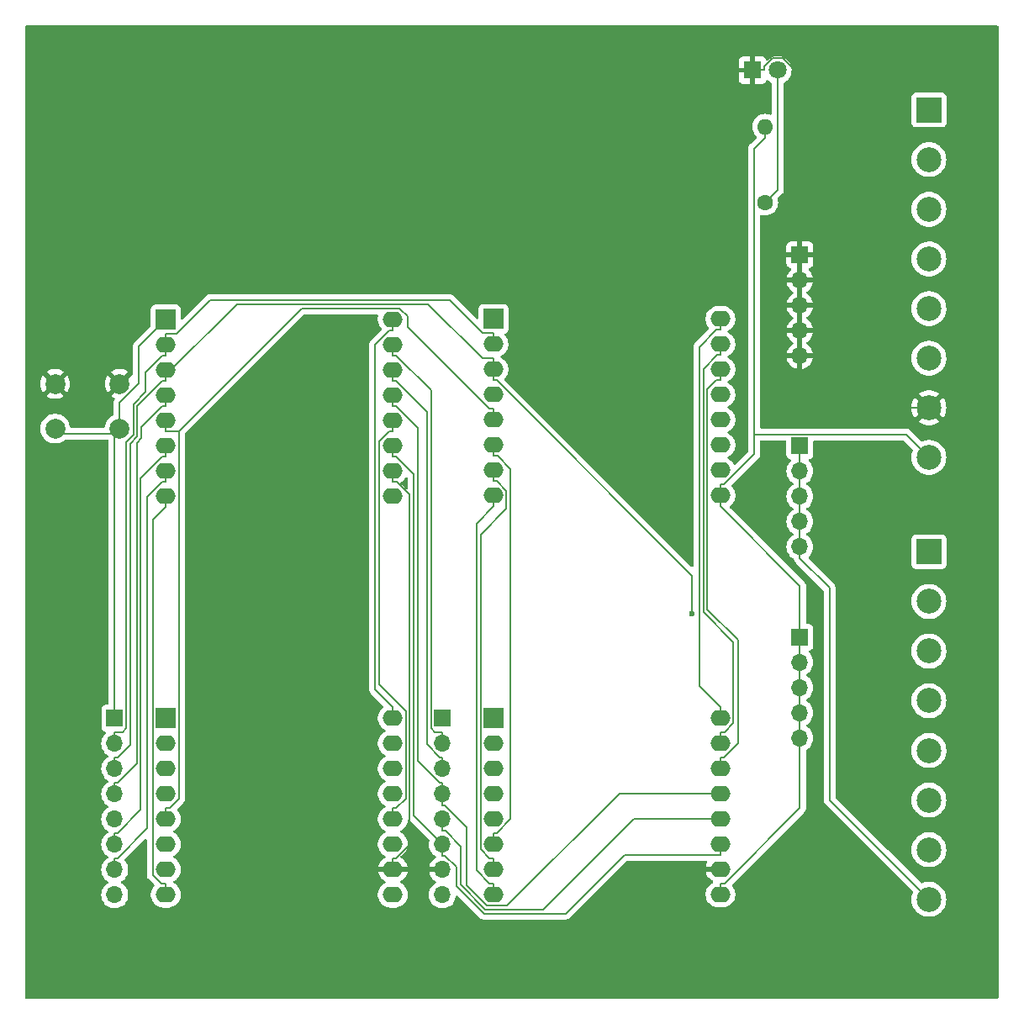
<source format=gbr>
%TF.GenerationSoftware,KiCad,Pcbnew,8.0.3*%
%TF.CreationDate,2024-06-27T17:09:37+08:00*%
%TF.ProjectId,Kicad8,4b696361-6438-42e6-9b69-6361645f7063,rev?*%
%TF.SameCoordinates,Original*%
%TF.FileFunction,Copper,L2,Bot*%
%TF.FilePolarity,Positive*%
%FSLAX46Y46*%
G04 Gerber Fmt 4.6, Leading zero omitted, Abs format (unit mm)*
G04 Created by KiCad (PCBNEW 8.0.3) date 2024-06-27 17:09:37*
%MOMM*%
%LPD*%
G01*
G04 APERTURE LIST*
%TA.AperFunction,ComponentPad*%
%ADD10O,2.000000X1.600000*%
%TD*%
%TA.AperFunction,ComponentPad*%
%ADD11R,2.000000X2.000000*%
%TD*%
%TA.AperFunction,ComponentPad*%
%ADD12C,2.000000*%
%TD*%
%TA.AperFunction,ComponentPad*%
%ADD13C,1.600000*%
%TD*%
%TA.AperFunction,ComponentPad*%
%ADD14O,1.600000X1.600000*%
%TD*%
%TA.AperFunction,ComponentPad*%
%ADD15C,2.500000*%
%TD*%
%TA.AperFunction,ComponentPad*%
%ADD16R,2.500000X2.500000*%
%TD*%
%TA.AperFunction,ComponentPad*%
%ADD17O,1.700000X1.700000*%
%TD*%
%TA.AperFunction,ComponentPad*%
%ADD18R,1.700000X1.700000*%
%TD*%
%TA.AperFunction,ComponentPad*%
%ADD19R,1.800000X1.800000*%
%TD*%
%TA.AperFunction,ComponentPad*%
%ADD20C,1.800000*%
%TD*%
%TA.AperFunction,ViaPad*%
%ADD21C,0.600000*%
%TD*%
%TA.AperFunction,Conductor*%
%ADD22C,0.200000*%
%TD*%
G04 APERTURE END LIST*
D10*
%TO.P,U4,16,TX*%
%TO.N,Net-(J1-Pin_1)*%
X173000000Y-92550000D03*
%TO.P,U4,15,RX*%
%TO.N,Net-(J1-Pin_2)*%
X173000000Y-95090000D03*
%TO.P,U4,14,SCL/D1*%
%TO.N,Net-(J1-Pin_3)*%
X173000000Y-97630000D03*
%TO.P,U4,13,SDA/D2*%
%TO.N,Net-(J1-Pin_4)*%
X173000000Y-100170000D03*
%TO.P,U4,12,D3*%
%TO.N,Net-(J1-Pin_5)*%
X173000000Y-102710000D03*
%TO.P,U4,11,D4*%
%TO.N,Net-(J1-Pin_6)*%
X173000000Y-105250000D03*
%TO.P,U4,10,GND*%
%TO.N,GND*%
X173000000Y-107790000D03*
%TO.P,U4,9,5V*%
%TO.N,Net-(J1-Pin_8)*%
X173000000Y-110330000D03*
%TO.P,U4,8,3V3*%
%TO.N,Net-(J2-Pin_8)*%
X150140000Y-110330000D03*
%TO.P,U4,7,CS/D8*%
%TO.N,Net-(J2-Pin_7)*%
X150140000Y-107790000D03*
%TO.P,U4,6,MOSI/D7*%
%TO.N,Net-(J2-Pin_6)*%
X150140000Y-105250000D03*
%TO.P,U4,5,MISO/D6*%
%TO.N,Net-(J2-Pin_5)*%
X150140000Y-102710000D03*
%TO.P,U4,4,SCK/D5*%
%TO.N,Net-(J2-Pin_4)*%
X150140000Y-100170000D03*
%TO.P,U4,3,D0*%
%TO.N,Net-(J2-Pin_3)*%
X150140000Y-97630000D03*
%TO.P,U4,2,A0*%
%TO.N,Net-(J2-Pin_2)*%
X150140000Y-95090000D03*
D11*
%TO.P,U4,1,~{RST}*%
%TO.N,Net-(J2-Pin_1)*%
X150140000Y-92550000D03*
%TD*%
%TO.P,U3,1,~{RST}*%
%TO.N,Net-(J2-Pin_1)*%
X117140000Y-92590000D03*
D10*
%TO.P,U3,2,A0*%
%TO.N,Net-(J2-Pin_2)*%
X117140000Y-95130000D03*
%TO.P,U3,3,D0*%
%TO.N,Net-(J2-Pin_3)*%
X117140000Y-97670000D03*
%TO.P,U3,4,SCK/D5*%
%TO.N,Net-(J2-Pin_4)*%
X117140000Y-100210000D03*
%TO.P,U3,5,MISO/D6*%
%TO.N,Net-(J2-Pin_5)*%
X117140000Y-102750000D03*
%TO.P,U3,6,MOSI/D7*%
%TO.N,Net-(J2-Pin_6)*%
X117140000Y-105290000D03*
%TO.P,U3,7,CS/D8*%
%TO.N,Net-(J2-Pin_7)*%
X117140000Y-107830000D03*
%TO.P,U3,8,3V3*%
%TO.N,Net-(J2-Pin_8)*%
X117140000Y-110370000D03*
%TO.P,U3,9,5V*%
%TO.N,Net-(J1-Pin_8)*%
X140000000Y-110370000D03*
%TO.P,U3,10,GND*%
%TO.N,GND*%
X140000000Y-107830000D03*
%TO.P,U3,11,D4*%
%TO.N,Net-(J1-Pin_6)*%
X140000000Y-105290000D03*
%TO.P,U3,12,D3*%
%TO.N,Net-(J1-Pin_5)*%
X140000000Y-102750000D03*
%TO.P,U3,13,SDA/D2*%
%TO.N,Net-(J1-Pin_4)*%
X140000000Y-100210000D03*
%TO.P,U3,14,SCL/D1*%
%TO.N,Net-(J1-Pin_3)*%
X140000000Y-97670000D03*
%TO.P,U3,15,RX*%
%TO.N,Net-(J1-Pin_2)*%
X140000000Y-95130000D03*
%TO.P,U3,16,TX*%
%TO.N,Net-(J1-Pin_1)*%
X140000000Y-92590000D03*
%TD*%
D11*
%TO.P,U2,1,~{RST}*%
%TO.N,Net-(J2-Pin_1)*%
X150140000Y-132710000D03*
D10*
%TO.P,U2,2,A0*%
%TO.N,Net-(J2-Pin_2)*%
X150140000Y-135250000D03*
%TO.P,U2,3,D0*%
%TO.N,Net-(J2-Pin_3)*%
X150140000Y-137790000D03*
%TO.P,U2,4,SCK/D5*%
%TO.N,Net-(J2-Pin_4)*%
X150140000Y-140330000D03*
%TO.P,U2,5,MISO/D6*%
%TO.N,Net-(J2-Pin_5)*%
X150140000Y-142870000D03*
%TO.P,U2,6,MOSI/D7*%
%TO.N,Net-(J2-Pin_6)*%
X150140000Y-145410000D03*
%TO.P,U2,7,CS/D8*%
%TO.N,Net-(J2-Pin_7)*%
X150140000Y-147950000D03*
%TO.P,U2,8,3V3*%
%TO.N,Net-(J2-Pin_8)*%
X150140000Y-150490000D03*
%TO.P,U2,9,5V*%
%TO.N,Net-(J1-Pin_8)*%
X173000000Y-150490000D03*
%TO.P,U2,10,GND*%
%TO.N,GND*%
X173000000Y-147950000D03*
%TO.P,U2,11,D4*%
%TO.N,Net-(J1-Pin_6)*%
X173000000Y-145410000D03*
%TO.P,U2,12,D3*%
%TO.N,Net-(J1-Pin_5)*%
X173000000Y-142870000D03*
%TO.P,U2,13,SDA/D2*%
%TO.N,Net-(J1-Pin_4)*%
X173000000Y-140330000D03*
%TO.P,U2,14,SCL/D1*%
%TO.N,Net-(J1-Pin_3)*%
X173000000Y-137790000D03*
%TO.P,U2,15,RX*%
%TO.N,Net-(J1-Pin_2)*%
X173000000Y-135250000D03*
%TO.P,U2,16,TX*%
%TO.N,Net-(J1-Pin_1)*%
X173000000Y-132710000D03*
%TD*%
%TO.P,U1,16,TX*%
%TO.N,Net-(J1-Pin_1)*%
X140000000Y-132750000D03*
%TO.P,U1,15,RX*%
%TO.N,Net-(J1-Pin_2)*%
X140000000Y-135290000D03*
%TO.P,U1,14,SCL/D1*%
%TO.N,Net-(J1-Pin_3)*%
X140000000Y-137830000D03*
%TO.P,U1,13,SDA/D2*%
%TO.N,Net-(J1-Pin_4)*%
X140000000Y-140370000D03*
%TO.P,U1,12,D3*%
%TO.N,Net-(J1-Pin_5)*%
X140000000Y-142910000D03*
%TO.P,U1,11,D4*%
%TO.N,Net-(J1-Pin_6)*%
X140000000Y-145450000D03*
%TO.P,U1,10,GND*%
%TO.N,GND*%
X140000000Y-147990000D03*
%TO.P,U1,9,5V*%
%TO.N,Net-(J1-Pin_8)*%
X140000000Y-150530000D03*
%TO.P,U1,8,3V3*%
%TO.N,Net-(J2-Pin_8)*%
X117140000Y-150530000D03*
%TO.P,U1,7,CS/D8*%
%TO.N,Net-(J2-Pin_7)*%
X117140000Y-147990000D03*
%TO.P,U1,6,MOSI/D7*%
%TO.N,Net-(J2-Pin_6)*%
X117140000Y-145450000D03*
%TO.P,U1,5,MISO/D6*%
%TO.N,Net-(J2-Pin_5)*%
X117140000Y-142910000D03*
%TO.P,U1,4,SCK/D5*%
%TO.N,Net-(J2-Pin_4)*%
X117140000Y-140370000D03*
%TO.P,U1,3,D0*%
%TO.N,Net-(J2-Pin_3)*%
X117140000Y-137830000D03*
%TO.P,U1,2,A0*%
%TO.N,Net-(J2-Pin_2)*%
X117140000Y-135290000D03*
D11*
%TO.P,U1,1,~{RST}*%
%TO.N,Net-(J2-Pin_1)*%
X117140000Y-132750000D03*
%TD*%
D12*
%TO.P,SW1,2,2*%
%TO.N,Net-(J2-Pin_1)*%
X112500000Y-103590000D03*
X106000000Y-103590000D03*
%TO.P,SW1,1,1*%
%TO.N,GND*%
X112500000Y-99090000D03*
X106000000Y-99090000D03*
%TD*%
D13*
%TO.P,R1,1*%
%TO.N,Net-(D1-A)*%
X177500000Y-80810000D03*
D14*
%TO.P,R1,2*%
%TO.N,Net-(J1-Pin_8)*%
X177500000Y-73190000D03*
%TD*%
D15*
%TO.P,J7,8,Pin_8*%
%TO.N,Net-(J1-Pin_8)*%
X194000000Y-106500000D03*
%TO.P,J7,7,Pin_7*%
%TO.N,GND*%
X194000000Y-101500000D03*
%TO.P,J7,6,Pin_6*%
%TO.N,Net-(J1-Pin_6)*%
X194000000Y-96500000D03*
%TO.P,J7,5,Pin_5*%
%TO.N,Net-(J1-Pin_5)*%
X194000000Y-91500000D03*
%TO.P,J7,4,Pin_4*%
%TO.N,Net-(J1-Pin_4)*%
X194000000Y-86500000D03*
%TO.P,J7,3,Pin_3*%
%TO.N,Net-(J1-Pin_3)*%
X194000000Y-81500000D03*
%TO.P,J7,2,Pin_2*%
%TO.N,Net-(J1-Pin_2)*%
X194000000Y-76500000D03*
D16*
%TO.P,J7,1,Pin_1*%
%TO.N,Net-(J1-Pin_1)*%
X194000000Y-71500000D03*
%TD*%
D15*
%TO.P,J6,8,Pin_8*%
%TO.N,Net-(J2-Pin_8)*%
X194000000Y-151000000D03*
%TO.P,J6,7,Pin_7*%
%TO.N,Net-(J2-Pin_7)*%
X194000000Y-146000000D03*
%TO.P,J6,6,Pin_6*%
%TO.N,Net-(J2-Pin_6)*%
X194000000Y-141000000D03*
%TO.P,J6,5,Pin_5*%
%TO.N,Net-(J2-Pin_5)*%
X194000000Y-136000000D03*
%TO.P,J6,4,Pin_4*%
%TO.N,Net-(J2-Pin_4)*%
X194000000Y-131000000D03*
%TO.P,J6,3,Pin_3*%
%TO.N,Net-(J2-Pin_3)*%
X194000000Y-126000000D03*
%TO.P,J6,2,Pin_2*%
%TO.N,Net-(J2-Pin_2)*%
X194000000Y-121000000D03*
D16*
%TO.P,J6,1,Pin_1*%
%TO.N,Net-(J2-Pin_1)*%
X194000000Y-116000000D03*
%TD*%
D17*
%TO.P,J5,5,Pin_5*%
%TO.N,Net-(J1-Pin_8)*%
X181000000Y-134750000D03*
%TO.P,J5,4,Pin_4*%
X181000000Y-132210000D03*
%TO.P,J5,3,Pin_3*%
X181000000Y-129670000D03*
%TO.P,J5,2,Pin_2*%
X181000000Y-127130000D03*
D18*
%TO.P,J5,1,Pin_1*%
X181000000Y-124590000D03*
%TD*%
%TO.P,J4,1,Pin_1*%
%TO.N,Net-(J2-Pin_8)*%
X181000000Y-105340000D03*
D17*
%TO.P,J4,2,Pin_2*%
X181000000Y-107880000D03*
%TO.P,J4,3,Pin_3*%
X181000000Y-110420000D03*
%TO.P,J4,4,Pin_4*%
X181000000Y-112960000D03*
%TO.P,J4,5,Pin_5*%
X181000000Y-115500000D03*
%TD*%
%TO.P,J3,5,Pin_5*%
%TO.N,GND*%
X181000000Y-96250000D03*
%TO.P,J3,4,Pin_4*%
X181000000Y-93710000D03*
%TO.P,J3,3,Pin_3*%
X181000000Y-91170000D03*
%TO.P,J3,2,Pin_2*%
X181000000Y-88630000D03*
D18*
%TO.P,J3,1,Pin_1*%
X181000000Y-86090000D03*
%TD*%
%TO.P,J2,1,Pin_1*%
%TO.N,Net-(J2-Pin_1)*%
X112000000Y-132765000D03*
D17*
%TO.P,J2,2,Pin_2*%
%TO.N,Net-(J2-Pin_2)*%
X112000000Y-135305000D03*
%TO.P,J2,3,Pin_3*%
%TO.N,Net-(J2-Pin_3)*%
X112000000Y-137845000D03*
%TO.P,J2,4,Pin_4*%
%TO.N,Net-(J2-Pin_4)*%
X112000000Y-140385000D03*
%TO.P,J2,5,Pin_5*%
%TO.N,Net-(J2-Pin_5)*%
X112000000Y-142925000D03*
%TO.P,J2,6,Pin_6*%
%TO.N,Net-(J2-Pin_6)*%
X112000000Y-145465000D03*
%TO.P,J2,7,Pin_7*%
%TO.N,Net-(J2-Pin_7)*%
X112000000Y-148005000D03*
%TO.P,J2,8,Pin_8*%
%TO.N,Net-(J2-Pin_8)*%
X112000000Y-150545000D03*
%TD*%
D18*
%TO.P,J1,1,Pin_1*%
%TO.N,Net-(J1-Pin_1)*%
X145000000Y-132765000D03*
D17*
%TO.P,J1,2,Pin_2*%
%TO.N,Net-(J1-Pin_2)*%
X145000000Y-135305000D03*
%TO.P,J1,3,Pin_3*%
%TO.N,Net-(J1-Pin_3)*%
X145000000Y-137845000D03*
%TO.P,J1,4,Pin_4*%
%TO.N,Net-(J1-Pin_4)*%
X145000000Y-140385000D03*
%TO.P,J1,5,Pin_5*%
%TO.N,Net-(J1-Pin_5)*%
X145000000Y-142925000D03*
%TO.P,J1,6,Pin_6*%
%TO.N,Net-(J1-Pin_6)*%
X145000000Y-145465000D03*
%TO.P,J1,7,Pin_7*%
%TO.N,GND*%
X145000000Y-148005000D03*
%TO.P,J1,8,Pin_8*%
%TO.N,Net-(J1-Pin_8)*%
X145000000Y-150545000D03*
%TD*%
D19*
%TO.P,D1,1,K*%
%TO.N,GND*%
X176225000Y-67500000D03*
D20*
%TO.P,D1,2,A*%
%TO.N,Net-(D1-A)*%
X178765000Y-67500000D03*
%TD*%
D21*
%TO.N,Net-(J2-Pin_3)*%
X170142900Y-122262200D03*
%TD*%
D22*
%TO.N,Net-(J2-Pin_1)*%
X114430300Y-95299700D02*
X117140000Y-92590000D01*
X114430300Y-99054100D02*
X114430300Y-95299700D01*
X112500000Y-100984400D02*
X114430300Y-99054100D01*
X112500000Y-103590000D02*
X112500000Y-100984400D01*
X106500000Y-104090000D02*
X106000000Y-103590000D01*
X112000000Y-104090000D02*
X106500000Y-104090000D01*
X112000000Y-132765000D02*
X112000000Y-104090000D01*
X112000000Y-104090000D02*
X112500000Y-103590000D01*
%TO.N,Net-(J2-Pin_7)*%
X150499400Y-108891700D02*
X150140000Y-108891700D01*
X151453400Y-109845700D02*
X150499400Y-108891700D01*
X151453400Y-111621800D02*
X151453400Y-109845700D01*
X148837200Y-114238000D02*
X151453400Y-111621800D01*
X148837200Y-145958600D02*
X148837200Y-114238000D01*
X149726900Y-146848300D02*
X148837200Y-145958600D01*
X150140000Y-146848300D02*
X149726900Y-146848300D01*
X150140000Y-107790000D02*
X150140000Y-108891700D01*
X150140000Y-147950000D02*
X150140000Y-146848300D01*
X112000000Y-148005000D02*
X112000000Y-146853300D01*
X117140000Y-107830000D02*
X117140000Y-108931700D01*
X116811700Y-108931700D02*
X117140000Y-108931700D01*
X115295100Y-110448300D02*
X116811700Y-108931700D01*
X115295100Y-143846100D02*
X115295100Y-110448300D01*
X112287900Y-146853300D02*
X115295100Y-143846100D01*
X112000000Y-146853300D02*
X112287900Y-146853300D01*
%TO.N,Net-(J2-Pin_6)*%
X150140000Y-145410000D02*
X150140000Y-144308300D01*
X150140000Y-105250000D02*
X150140000Y-106351700D01*
X150553100Y-106351700D02*
X150140000Y-106351700D01*
X151855100Y-107653700D02*
X150553100Y-106351700D01*
X151855100Y-142913000D02*
X151855100Y-107653700D01*
X150459800Y-144308300D02*
X151855100Y-142913000D01*
X150140000Y-144308300D02*
X150459800Y-144308300D01*
X116811700Y-106391700D02*
X117140000Y-106391700D01*
X114607800Y-108595600D02*
X116811700Y-106391700D01*
X114607800Y-141993400D02*
X114607800Y-108595600D01*
X112287900Y-144313300D02*
X114607800Y-141993400D01*
X112000000Y-144313300D02*
X112287900Y-144313300D01*
X112000000Y-145465000D02*
X112000000Y-144313300D01*
X117140000Y-105290000D02*
X117140000Y-106391700D01*
%TO.N,Net-(J2-Pin_4)*%
X112000000Y-140385000D02*
X112000000Y-139233300D01*
X117140000Y-100210000D02*
X117140000Y-101311700D01*
X112287900Y-139233300D02*
X112000000Y-139233300D01*
X114203400Y-137317800D02*
X112287900Y-139233300D01*
X114203400Y-105056000D02*
X114203400Y-137317800D01*
X114680800Y-104578600D02*
X114203400Y-105056000D01*
X114680800Y-103442600D02*
X114680800Y-104578600D01*
X116811700Y-101311700D02*
X114680800Y-103442600D01*
X117140000Y-101311700D02*
X116811700Y-101311700D01*
%TO.N,Net-(J2-Pin_2)*%
X112000000Y-135305000D02*
X112000000Y-134153300D01*
X116811700Y-96231700D02*
X117140000Y-96231700D01*
X115133100Y-97910300D02*
X116811700Y-96231700D01*
X115133100Y-99884200D02*
X115133100Y-97910300D01*
X113877400Y-101139900D02*
X115133100Y-99884200D01*
X113877400Y-104246000D02*
X113877400Y-101139900D01*
X113151700Y-104971700D02*
X113877400Y-104246000D01*
X113151700Y-133793400D02*
X113151700Y-104971700D01*
X112791800Y-134153300D02*
X113151700Y-133793400D01*
X112000000Y-134153300D02*
X112791800Y-134153300D01*
X117140000Y-95130000D02*
X117140000Y-94028300D01*
X117140000Y-95130000D02*
X117140000Y-96231700D01*
X150140000Y-95090000D02*
X150140000Y-93988300D01*
X118241700Y-94028300D02*
X117140000Y-94028300D01*
X121614500Y-90655500D02*
X118241700Y-94028300D01*
X145705500Y-90655500D02*
X121614500Y-90655500D01*
X149038300Y-93988300D02*
X145705500Y-90655500D01*
X150140000Y-93988300D02*
X149038300Y-93988300D01*
%TO.N,Net-(J2-Pin_3)*%
X112000000Y-137845000D02*
X112000000Y-136693300D01*
X116813700Y-98771700D02*
X117140000Y-98771700D01*
X114279100Y-101306300D02*
X116813700Y-98771700D01*
X114279100Y-104412300D02*
X114279100Y-101306300D01*
X113553400Y-105138000D02*
X114279100Y-104412300D01*
X113553400Y-135427900D02*
X113553400Y-105138000D01*
X112288000Y-136693300D02*
X113553400Y-135427900D01*
X112000000Y-136693300D02*
X112288000Y-136693300D01*
X117140000Y-97670000D02*
X117140000Y-98203600D01*
X117140000Y-98203600D02*
X117140000Y-98771700D01*
X149038300Y-96528300D02*
X150140000Y-96528300D01*
X143573800Y-91063800D02*
X149038300Y-96528300D01*
X124279800Y-91063800D02*
X143573800Y-91063800D01*
X117140000Y-98203600D02*
X124279800Y-91063800D01*
X150140000Y-97630000D02*
X150140000Y-96528300D01*
X150468300Y-98731700D02*
X150140000Y-98731700D01*
X170142900Y-118406300D02*
X150468300Y-98731700D01*
X170142900Y-122262200D02*
X170142900Y-118406300D01*
X150140000Y-97630000D02*
X150140000Y-98731700D01*
%TO.N,Net-(J2-Pin_8)*%
X181000000Y-115500000D02*
X181000000Y-112960000D01*
X181000000Y-112960000D02*
X181000000Y-110420000D01*
X181000000Y-110420000D02*
X181000000Y-107880000D01*
X181000000Y-107880000D02*
X181000000Y-105340000D01*
X183998600Y-119650300D02*
X181000000Y-116651700D01*
X183998600Y-140998600D02*
X183998600Y-119650300D01*
X194000000Y-151000000D02*
X183998600Y-140998600D01*
X181000000Y-115500000D02*
X181000000Y-116651700D01*
X150140000Y-150490000D02*
X150140000Y-149388300D01*
X150140000Y-110330000D02*
X150140000Y-111431700D01*
X149726800Y-149388300D02*
X150140000Y-149388300D01*
X148432700Y-148094200D02*
X149726800Y-149388300D01*
X148432700Y-113139000D02*
X148432700Y-148094200D01*
X150140000Y-111431700D02*
X148432700Y-113139000D01*
X115838300Y-112773400D02*
X117140000Y-111471700D01*
X115838300Y-148539700D02*
X115838300Y-112773400D01*
X116726900Y-149428300D02*
X115838300Y-148539700D01*
X117140000Y-149428300D02*
X116726900Y-149428300D01*
X117140000Y-150530000D02*
X117140000Y-149428300D01*
X117140000Y-110370000D02*
X117140000Y-111471700D01*
%TO.N,Net-(J2-Pin_5)*%
X117140000Y-102750000D02*
X117140000Y-103851700D01*
X150140000Y-102710000D02*
X150140000Y-101608300D01*
X117140000Y-142910000D02*
X117140000Y-141808300D01*
X118459800Y-140901600D02*
X118459800Y-103851700D01*
X117553100Y-141808300D02*
X118459800Y-140901600D01*
X117140000Y-141808300D02*
X117553100Y-141808300D01*
X117140000Y-103851700D02*
X118459800Y-103851700D01*
X149726800Y-101608300D02*
X150140000Y-101608300D01*
X141473200Y-93354700D02*
X149726800Y-101608300D01*
X141473200Y-92277900D02*
X141473200Y-93354700D01*
X140667500Y-91472200D02*
X141473200Y-92277900D01*
X130839300Y-91472200D02*
X140667500Y-91472200D01*
X118459800Y-103851700D02*
X130839300Y-91472200D01*
%TO.N,Net-(J1-Pin_6)*%
X140000000Y-105290000D02*
X140000000Y-106391700D01*
X145268500Y-146616700D02*
X145000000Y-146616700D01*
X146389800Y-147738000D02*
X145268500Y-146616700D01*
X146389800Y-149642600D02*
X146389800Y-147738000D01*
X149190100Y-152442900D02*
X146389800Y-149642600D01*
X157387500Y-152442900D02*
X149190100Y-152442900D01*
X163318700Y-146511700D02*
X157387500Y-152442900D01*
X173000000Y-146511700D02*
X163318700Y-146511700D01*
X173000000Y-145410000D02*
X173000000Y-146511700D01*
X145000000Y-145465000D02*
X145000000Y-146616700D01*
X140328300Y-106391700D02*
X140000000Y-106391700D01*
X142118100Y-108181500D02*
X140328300Y-106391700D01*
X142118100Y-142583100D02*
X142118100Y-108181500D01*
X145000000Y-145465000D02*
X142118100Y-142583100D01*
%TO.N,Net-(J1-Pin_1)*%
X140000000Y-132750000D02*
X140000000Y-131648300D01*
X140000000Y-92590000D02*
X140000000Y-93691700D01*
X138248500Y-129896800D02*
X140000000Y-131648300D01*
X138248500Y-95114900D02*
X138248500Y-129896800D01*
X139671700Y-93691700D02*
X138248500Y-95114900D01*
X140000000Y-93691700D02*
X139671700Y-93691700D01*
X170878700Y-129487000D02*
X173000000Y-131608300D01*
X170878700Y-95359900D02*
X170878700Y-129487000D01*
X172586900Y-93651700D02*
X170878700Y-95359900D01*
X173000000Y-93651700D02*
X172586900Y-93651700D01*
X173000000Y-92550000D02*
X173000000Y-93651700D01*
X173000000Y-132710000D02*
X173000000Y-131608300D01*
%TO.N,Net-(J1-Pin_8)*%
X181000000Y-127130000D02*
X181000000Y-129670000D01*
X181000000Y-129670000D02*
X181000000Y-132210000D01*
X181000000Y-132210000D02*
X181000000Y-134750000D01*
X181000000Y-124590000D02*
X181000000Y-127130000D01*
X181000000Y-124590000D02*
X181000000Y-123438300D01*
X177500000Y-73190000D02*
X177500000Y-74291700D01*
X173000000Y-110330000D02*
X173000000Y-109228300D01*
X181000000Y-119431700D02*
X173000000Y-111431700D01*
X181000000Y-123438300D02*
X181000000Y-119431700D01*
X173000000Y-110330000D02*
X173000000Y-111431700D01*
X191679000Y-104179000D02*
X194000000Y-106500000D01*
X176398300Y-104179000D02*
X191679000Y-104179000D01*
X176398300Y-75393400D02*
X176398300Y-104179000D01*
X177500000Y-74291700D02*
X176398300Y-75393400D01*
X173328300Y-109228300D02*
X173000000Y-109228300D01*
X176398300Y-106158300D02*
X173328300Y-109228300D01*
X176398300Y-104179000D02*
X176398300Y-106158300D01*
X181000000Y-141801400D02*
X181000000Y-134750000D01*
X173413100Y-149388300D02*
X181000000Y-141801400D01*
X173000000Y-149388300D02*
X173413100Y-149388300D01*
X173000000Y-150490000D02*
X173000000Y-149388300D01*
%TO.N,Net-(J1-Pin_3)*%
X145000000Y-137845000D02*
X145000000Y-136693300D01*
X140000000Y-97670000D02*
X140000000Y-98771700D01*
X144745400Y-136693300D02*
X145000000Y-136693300D01*
X143446600Y-135394500D02*
X144745400Y-136693300D01*
X143446600Y-101890000D02*
X143446600Y-135394500D01*
X140328300Y-98771700D02*
X143446600Y-101890000D01*
X140000000Y-98771700D02*
X140328300Y-98771700D01*
X173328300Y-136688300D02*
X173000000Y-136688300D01*
X174741500Y-135275100D02*
X173328300Y-136688300D01*
X174741500Y-124856200D02*
X174741500Y-135275100D01*
X171688900Y-121803600D02*
X174741500Y-124856200D01*
X171688900Y-99629700D02*
X171688900Y-121803600D01*
X172586900Y-98731700D02*
X171688900Y-99629700D01*
X173000000Y-98731700D02*
X172586900Y-98731700D01*
X173000000Y-97630000D02*
X173000000Y-98731700D01*
X173000000Y-137790000D02*
X173000000Y-136688300D01*
%TO.N,Net-(J1-Pin_2)*%
X173000000Y-135250000D02*
X173000000Y-134148300D01*
X173000000Y-95090000D02*
X173000000Y-96191700D01*
X145000000Y-135305000D02*
X145000000Y-134153300D01*
X140000000Y-95130000D02*
X140000000Y-96231700D01*
X144208200Y-134153300D02*
X145000000Y-134153300D01*
X143848300Y-133793400D02*
X144208200Y-134153300D01*
X143848300Y-99751700D02*
X143848300Y-133793400D01*
X140328300Y-96231700D02*
X143848300Y-99751700D01*
X140000000Y-96231700D02*
X140328300Y-96231700D01*
X172671700Y-96191700D02*
X173000000Y-96191700D01*
X171281500Y-97581900D02*
X172671700Y-96191700D01*
X171281500Y-122105600D02*
X171281500Y-97581900D01*
X174312200Y-125136300D02*
X171281500Y-122105600D01*
X174312200Y-133249200D02*
X174312200Y-125136300D01*
X173413100Y-134148300D02*
X174312200Y-133249200D01*
X173000000Y-134148300D02*
X173413100Y-134148300D01*
%TO.N,Net-(J1-Pin_5)*%
X145000000Y-142925000D02*
X145000000Y-144076700D01*
X140000000Y-142910000D02*
X140000000Y-141808300D01*
X140000000Y-102750000D02*
X140000000Y-103851700D01*
X145288000Y-144076700D02*
X145000000Y-144076700D01*
X146859600Y-145648300D02*
X145288000Y-144076700D01*
X146859600Y-149542300D02*
X146859600Y-145648300D01*
X149324200Y-152006900D02*
X146859600Y-149542300D01*
X155127700Y-152006900D02*
X149324200Y-152006900D01*
X164264600Y-142870000D02*
X155127700Y-152006900D01*
X173000000Y-142870000D02*
X164264600Y-142870000D01*
X140333900Y-141808300D02*
X140000000Y-141808300D01*
X141311700Y-140830500D02*
X140333900Y-141808300D01*
X141311700Y-132047000D02*
X141311700Y-140830500D01*
X138650200Y-129385500D02*
X141311700Y-132047000D01*
X138650200Y-104873200D02*
X138650200Y-129385500D01*
X139671700Y-103851700D02*
X138650200Y-104873200D01*
X140000000Y-103851700D02*
X139671700Y-103851700D01*
%TO.N,Net-(J1-Pin_4)*%
X145000000Y-140385000D02*
X145000000Y-139233300D01*
X140000000Y-100210000D02*
X140000000Y-101311700D01*
X145000000Y-140385000D02*
X145000000Y-141536700D01*
X140328300Y-101311700D02*
X140000000Y-101311700D01*
X142519800Y-103503200D02*
X140328300Y-101311700D01*
X142519800Y-137041000D02*
X142519800Y-103503200D01*
X144712100Y-139233300D02*
X142519800Y-137041000D01*
X145000000Y-139233300D02*
X144712100Y-139233300D01*
X145268500Y-141536700D02*
X145000000Y-141536700D01*
X147461200Y-143729400D02*
X145268500Y-141536700D01*
X147461200Y-149571700D02*
X147461200Y-143729400D01*
X149494700Y-151605200D02*
X147461200Y-149571700D01*
X151533100Y-151605200D02*
X149494700Y-151605200D01*
X162808300Y-140330000D02*
X151533100Y-151605200D01*
X173000000Y-140330000D02*
X162808300Y-140330000D01*
%TO.N,GND*%
X181000000Y-86090000D02*
X181000000Y-88630000D01*
X181000000Y-88630000D02*
X181000000Y-91170000D01*
X181000000Y-91170000D02*
X181000000Y-93710000D01*
X181000000Y-93710000D02*
X181000000Y-96250000D01*
X187401700Y-101500000D02*
X182151700Y-96250000D01*
X194000000Y-101500000D02*
X187401700Y-101500000D01*
X181000000Y-96250000D02*
X182151700Y-96250000D01*
X181000000Y-67992900D02*
X181000000Y-86090000D01*
X179286000Y-66278900D02*
X181000000Y-67992900D01*
X178272300Y-66278900D02*
X179286000Y-66278900D01*
X177426700Y-67124500D02*
X178272300Y-66278900D01*
X177426700Y-67500000D02*
X177426700Y-67124500D01*
X176225000Y-67500000D02*
X177426700Y-67500000D01*
X140328300Y-146888300D02*
X140000000Y-146888300D01*
X141715600Y-145501000D02*
X140328300Y-146888300D01*
X141715600Y-110234200D02*
X141715600Y-145501000D01*
X140413100Y-108931700D02*
X141715600Y-110234200D01*
X140000000Y-108931700D02*
X140413100Y-108931700D01*
X140000000Y-107830000D02*
X140000000Y-108931700D01*
X140000000Y-147990000D02*
X140000000Y-146888300D01*
%TO.N,Net-(D1-A)*%
X178765000Y-79545000D02*
X177500000Y-80810000D01*
X178765000Y-67500000D02*
X178765000Y-79545000D01*
%TD*%
%TA.AperFunction,Conductor*%
%TO.N,GND*%
G36*
X141480021Y-108520881D02*
G01*
X141514378Y-108581720D01*
X141517600Y-108609805D01*
X141517600Y-109589345D01*
X141497915Y-109656384D01*
X141445111Y-109702139D01*
X141375953Y-109712083D01*
X141312397Y-109683058D01*
X141293282Y-109662230D01*
X141191971Y-109522787D01*
X141191967Y-109522782D01*
X141047213Y-109378028D01*
X140881611Y-109257713D01*
X140788369Y-109210203D01*
X140737574Y-109162229D01*
X140720779Y-109094407D01*
X140743317Y-109028273D01*
X140788371Y-108989234D01*
X140881347Y-108941861D01*
X141046894Y-108821582D01*
X141046895Y-108821582D01*
X141191582Y-108676895D01*
X141191582Y-108676894D01*
X141293282Y-108536919D01*
X141348612Y-108494254D01*
X141418226Y-108488275D01*
X141480021Y-108520881D01*
G37*
%TD.AperFunction*%
%TA.AperFunction,Conductor*%
G36*
X181250000Y-95816988D02*
G01*
X181192993Y-95784075D01*
X181065826Y-95750000D01*
X180934174Y-95750000D01*
X180807007Y-95784075D01*
X180750000Y-95816988D01*
X180750000Y-94143012D01*
X180807007Y-94175925D01*
X180934174Y-94210000D01*
X181065826Y-94210000D01*
X181192993Y-94175925D01*
X181250000Y-94143012D01*
X181250000Y-95816988D01*
G37*
%TD.AperFunction*%
%TA.AperFunction,Conductor*%
G36*
X181250000Y-93276988D02*
G01*
X181192993Y-93244075D01*
X181065826Y-93210000D01*
X180934174Y-93210000D01*
X180807007Y-93244075D01*
X180750000Y-93276988D01*
X180750000Y-91603012D01*
X180807007Y-91635925D01*
X180934174Y-91670000D01*
X181065826Y-91670000D01*
X181192993Y-91635925D01*
X181250000Y-91603012D01*
X181250000Y-93276988D01*
G37*
%TD.AperFunction*%
%TA.AperFunction,Conductor*%
G36*
X181250000Y-90736988D02*
G01*
X181192993Y-90704075D01*
X181065826Y-90670000D01*
X180934174Y-90670000D01*
X180807007Y-90704075D01*
X180750000Y-90736988D01*
X180750000Y-89063012D01*
X180807007Y-89095925D01*
X180934174Y-89130000D01*
X181065826Y-89130000D01*
X181192993Y-89095925D01*
X181250000Y-89063012D01*
X181250000Y-90736988D01*
G37*
%TD.AperFunction*%
%TA.AperFunction,Conductor*%
G36*
X181250000Y-88196988D02*
G01*
X181192993Y-88164075D01*
X181065826Y-88130000D01*
X180934174Y-88130000D01*
X180807007Y-88164075D01*
X180750000Y-88196988D01*
X180750000Y-86523012D01*
X180807007Y-86555925D01*
X180934174Y-86590000D01*
X181065826Y-86590000D01*
X181192993Y-86555925D01*
X181250000Y-86523012D01*
X181250000Y-88196988D01*
G37*
%TD.AperFunction*%
%TA.AperFunction,Conductor*%
G36*
X200942539Y-63020185D02*
G01*
X200988294Y-63072989D01*
X200999500Y-63124500D01*
X200999500Y-160875500D01*
X200979815Y-160942539D01*
X200927011Y-160988294D01*
X200875500Y-160999500D01*
X103124500Y-160999500D01*
X103057461Y-160979815D01*
X103011706Y-160927011D01*
X103000500Y-160875500D01*
X103000500Y-103589994D01*
X104494357Y-103589994D01*
X104494357Y-103590005D01*
X104514890Y-103837812D01*
X104514892Y-103837824D01*
X104575936Y-104078881D01*
X104675826Y-104306606D01*
X104811833Y-104514782D01*
X104811836Y-104514785D01*
X104980256Y-104697738D01*
X105176491Y-104850474D01*
X105395190Y-104968828D01*
X105630386Y-105049571D01*
X105875665Y-105090500D01*
X106124335Y-105090500D01*
X106369614Y-105049571D01*
X106604810Y-104968828D01*
X106823509Y-104850474D01*
X106995451Y-104716645D01*
X107060445Y-104691004D01*
X107071613Y-104690500D01*
X111275500Y-104690500D01*
X111342539Y-104710185D01*
X111388294Y-104762989D01*
X111399500Y-104814500D01*
X111399500Y-131290500D01*
X111379815Y-131357539D01*
X111327011Y-131403294D01*
X111275501Y-131414500D01*
X111102130Y-131414500D01*
X111102123Y-131414501D01*
X111042516Y-131420908D01*
X110907671Y-131471202D01*
X110907664Y-131471206D01*
X110792455Y-131557452D01*
X110792452Y-131557455D01*
X110706206Y-131672664D01*
X110706202Y-131672671D01*
X110655908Y-131807517D01*
X110649501Y-131867116D01*
X110649501Y-131867123D01*
X110649500Y-131867135D01*
X110649500Y-133662870D01*
X110649501Y-133662876D01*
X110655908Y-133722483D01*
X110706202Y-133857328D01*
X110706206Y-133857335D01*
X110792452Y-133972544D01*
X110792455Y-133972547D01*
X110907664Y-134058793D01*
X110907671Y-134058797D01*
X111039081Y-134107810D01*
X111095015Y-134149681D01*
X111119432Y-134215145D01*
X111104580Y-134283418D01*
X111083430Y-134311673D01*
X110961503Y-134433600D01*
X110825965Y-134627169D01*
X110825964Y-134627171D01*
X110726098Y-134841335D01*
X110726094Y-134841344D01*
X110664938Y-135069586D01*
X110664936Y-135069596D01*
X110644341Y-135304999D01*
X110644341Y-135305000D01*
X110664936Y-135540403D01*
X110664938Y-135540413D01*
X110726094Y-135768655D01*
X110726096Y-135768659D01*
X110726097Y-135768663D01*
X110825965Y-135982830D01*
X110825967Y-135982834D01*
X110903848Y-136094059D01*
X110960233Y-136174585D01*
X110961501Y-136176395D01*
X110961506Y-136176402D01*
X111128597Y-136343493D01*
X111128603Y-136343498D01*
X111314158Y-136473425D01*
X111357783Y-136528002D01*
X111364977Y-136597500D01*
X111333454Y-136659855D01*
X111314158Y-136676575D01*
X111128597Y-136806505D01*
X110961505Y-136973597D01*
X110825965Y-137167169D01*
X110825964Y-137167171D01*
X110726098Y-137381335D01*
X110726094Y-137381344D01*
X110664938Y-137609586D01*
X110664936Y-137609596D01*
X110644341Y-137844999D01*
X110644341Y-137845000D01*
X110664936Y-138080403D01*
X110664938Y-138080413D01*
X110726094Y-138308655D01*
X110726096Y-138308659D01*
X110726097Y-138308663D01*
X110751498Y-138363135D01*
X110825965Y-138522830D01*
X110825967Y-138522834D01*
X110906057Y-138637213D01*
X110960233Y-138714585D01*
X110961501Y-138716395D01*
X110961506Y-138716402D01*
X111128597Y-138883493D01*
X111128603Y-138883498D01*
X111314158Y-139013425D01*
X111357783Y-139068002D01*
X111364977Y-139137500D01*
X111333454Y-139199855D01*
X111314158Y-139216575D01*
X111128597Y-139346505D01*
X110961505Y-139513597D01*
X110825965Y-139707169D01*
X110825964Y-139707171D01*
X110726098Y-139921335D01*
X110726094Y-139921344D01*
X110664938Y-140149586D01*
X110664936Y-140149596D01*
X110644341Y-140384999D01*
X110644341Y-140385000D01*
X110664936Y-140620403D01*
X110664938Y-140620413D01*
X110726094Y-140848655D01*
X110726096Y-140848659D01*
X110726097Y-140848663D01*
X110795830Y-140998205D01*
X110825965Y-141062830D01*
X110825967Y-141062834D01*
X110906057Y-141177213D01*
X110960233Y-141254585D01*
X110961501Y-141256395D01*
X110961506Y-141256402D01*
X111128597Y-141423493D01*
X111128603Y-141423498D01*
X111314158Y-141553425D01*
X111357783Y-141608002D01*
X111364977Y-141677500D01*
X111333454Y-141739855D01*
X111314158Y-141756575D01*
X111128597Y-141886505D01*
X110961505Y-142053597D01*
X110825965Y-142247169D01*
X110825964Y-142247171D01*
X110726098Y-142461335D01*
X110726094Y-142461344D01*
X110664938Y-142689586D01*
X110664936Y-142689596D01*
X110644341Y-142924999D01*
X110644341Y-142925000D01*
X110664936Y-143160403D01*
X110664938Y-143160413D01*
X110726094Y-143388655D01*
X110726096Y-143388659D01*
X110726097Y-143388663D01*
X110777832Y-143499608D01*
X110825965Y-143602830D01*
X110825967Y-143602834D01*
X110961501Y-143796395D01*
X110961506Y-143796402D01*
X111128597Y-143963493D01*
X111128603Y-143963498D01*
X111314158Y-144093425D01*
X111357783Y-144148002D01*
X111364977Y-144217500D01*
X111333454Y-144279855D01*
X111314158Y-144296575D01*
X111128597Y-144426505D01*
X110961505Y-144593597D01*
X110825965Y-144787169D01*
X110825964Y-144787171D01*
X110726098Y-145001335D01*
X110726094Y-145001344D01*
X110664938Y-145229586D01*
X110664936Y-145229596D01*
X110644341Y-145464999D01*
X110644341Y-145465000D01*
X110664936Y-145700403D01*
X110664938Y-145700413D01*
X110726094Y-145928655D01*
X110726096Y-145928659D01*
X110726097Y-145928663D01*
X110773902Y-146031180D01*
X110825965Y-146142830D01*
X110825967Y-146142834D01*
X110961501Y-146336395D01*
X110961506Y-146336402D01*
X111128597Y-146503493D01*
X111128603Y-146503498D01*
X111314158Y-146633425D01*
X111357783Y-146688002D01*
X111364977Y-146757500D01*
X111333454Y-146819855D01*
X111314158Y-146836575D01*
X111128597Y-146966505D01*
X110961505Y-147133597D01*
X110825965Y-147327169D01*
X110825964Y-147327171D01*
X110726098Y-147541335D01*
X110726094Y-147541344D01*
X110664938Y-147769586D01*
X110664936Y-147769596D01*
X110644341Y-148004999D01*
X110644341Y-148005000D01*
X110664936Y-148240403D01*
X110664938Y-148240413D01*
X110726094Y-148468655D01*
X110726096Y-148468659D01*
X110726097Y-148468663D01*
X110775553Y-148574721D01*
X110825965Y-148682830D01*
X110825967Y-148682834D01*
X110961501Y-148876395D01*
X110961506Y-148876402D01*
X111128597Y-149043493D01*
X111128603Y-149043498D01*
X111314158Y-149173425D01*
X111357783Y-149228002D01*
X111364977Y-149297500D01*
X111333454Y-149359855D01*
X111314158Y-149376575D01*
X111128597Y-149506505D01*
X110961505Y-149673597D01*
X110825965Y-149867169D01*
X110825964Y-149867171D01*
X110726098Y-150081335D01*
X110726094Y-150081344D01*
X110664938Y-150309586D01*
X110664936Y-150309596D01*
X110644341Y-150544999D01*
X110644341Y-150545000D01*
X110664936Y-150780403D01*
X110664938Y-150780413D01*
X110726094Y-151008655D01*
X110726096Y-151008659D01*
X110726097Y-151008663D01*
X110802081Y-151171610D01*
X110825965Y-151222830D01*
X110825967Y-151222834D01*
X110903745Y-151333911D01*
X110961505Y-151416401D01*
X111128599Y-151583495D01*
X111155437Y-151602287D01*
X111322165Y-151719032D01*
X111322167Y-151719033D01*
X111322170Y-151719035D01*
X111536337Y-151818903D01*
X111536343Y-151818904D01*
X111536344Y-151818905D01*
X111579618Y-151830500D01*
X111764592Y-151880063D01*
X111952918Y-151896539D01*
X111999999Y-151900659D01*
X112000000Y-151900659D01*
X112000001Y-151900659D01*
X112039234Y-151897226D01*
X112235408Y-151880063D01*
X112463663Y-151818903D01*
X112677830Y-151719035D01*
X112871401Y-151583495D01*
X113038495Y-151416401D01*
X113174035Y-151222830D01*
X113273903Y-151008663D01*
X113335063Y-150780408D01*
X113355659Y-150545000D01*
X113335063Y-150309592D01*
X113273903Y-150081337D01*
X113174035Y-149867171D01*
X113160885Y-149848390D01*
X113038494Y-149673597D01*
X112871402Y-149506506D01*
X112871396Y-149506501D01*
X112685842Y-149376575D01*
X112642217Y-149321998D01*
X112635023Y-149252500D01*
X112666546Y-149190145D01*
X112685842Y-149173425D01*
X112721360Y-149148555D01*
X112871401Y-149043495D01*
X113038495Y-148876401D01*
X113174035Y-148682830D01*
X113273903Y-148468663D01*
X113335063Y-148240408D01*
X113355659Y-148005000D01*
X113335063Y-147769592D01*
X113273903Y-147541337D01*
X113174035Y-147327171D01*
X113160885Y-147308390D01*
X113038494Y-147133597D01*
X113035346Y-147130449D01*
X113001861Y-147069126D01*
X113006845Y-146999434D01*
X113035344Y-146955089D01*
X115026120Y-144964313D01*
X115087442Y-144930830D01*
X115157134Y-144935814D01*
X115213067Y-144977686D01*
X115237484Y-145043150D01*
X115237800Y-145051996D01*
X115237800Y-148453030D01*
X115237799Y-148453048D01*
X115237799Y-148618754D01*
X115237798Y-148618754D01*
X115278723Y-148771487D01*
X115288143Y-148787801D01*
X115288142Y-148787801D01*
X115288144Y-148787803D01*
X115357775Y-148908409D01*
X115357781Y-148908417D01*
X115476649Y-149027285D01*
X115476655Y-149027290D01*
X115952409Y-149503044D01*
X115985894Y-149564367D01*
X115980910Y-149634059D01*
X115952409Y-149678406D01*
X115948032Y-149682782D01*
X115948028Y-149682786D01*
X115827715Y-149848386D01*
X115734781Y-150030776D01*
X115671522Y-150225465D01*
X115639500Y-150427648D01*
X115639500Y-150632351D01*
X115671522Y-150834534D01*
X115734781Y-151029223D01*
X115798691Y-151154653D01*
X115822407Y-151201197D01*
X115827715Y-151211613D01*
X115948028Y-151377213D01*
X116092786Y-151521971D01*
X116203330Y-151602284D01*
X116258390Y-151642287D01*
X116362273Y-151695218D01*
X116440776Y-151735218D01*
X116440778Y-151735218D01*
X116440781Y-151735220D01*
X116512359Y-151758477D01*
X116635465Y-151798477D01*
X116736557Y-151814488D01*
X116837648Y-151830500D01*
X116837649Y-151830500D01*
X117442351Y-151830500D01*
X117442352Y-151830500D01*
X117644534Y-151798477D01*
X117839219Y-151735220D01*
X118021610Y-151642287D01*
X118114590Y-151574732D01*
X118187213Y-151521971D01*
X118187215Y-151521968D01*
X118187219Y-151521966D01*
X118331966Y-151377219D01*
X118331968Y-151377215D01*
X118331971Y-151377213D01*
X118384732Y-151304590D01*
X118452287Y-151211610D01*
X118545220Y-151029219D01*
X118608477Y-150834534D01*
X118640500Y-150632352D01*
X118640500Y-150427648D01*
X118631769Y-150372522D01*
X118608477Y-150225465D01*
X118561649Y-150081344D01*
X118545220Y-150030781D01*
X118545218Y-150030778D01*
X118545218Y-150030776D01*
X118511503Y-149964607D01*
X118452287Y-149848390D01*
X118421503Y-149806019D01*
X118331971Y-149682786D01*
X118187213Y-149538028D01*
X118021614Y-149417715D01*
X118011538Y-149412581D01*
X117928917Y-149370483D01*
X117878123Y-149322511D01*
X117861328Y-149254690D01*
X117883865Y-149188555D01*
X117928917Y-149149516D01*
X118021610Y-149102287D01*
X118103068Y-149043105D01*
X118187213Y-148981971D01*
X118187215Y-148981968D01*
X118187219Y-148981966D01*
X118331966Y-148837219D01*
X118331968Y-148837215D01*
X118331971Y-148837213D01*
X118444318Y-148682578D01*
X118452287Y-148671610D01*
X118545220Y-148489219D01*
X118608477Y-148294534D01*
X118640500Y-148092352D01*
X118640500Y-147887648D01*
X118630419Y-147824000D01*
X118608477Y-147685465D01*
X118561649Y-147541344D01*
X118545220Y-147490781D01*
X118545218Y-147490778D01*
X118545218Y-147490776D01*
X118510518Y-147422674D01*
X118452287Y-147308390D01*
X118412660Y-147253847D01*
X118331971Y-147142786D01*
X118187213Y-146998028D01*
X118021614Y-146877715D01*
X118015006Y-146874348D01*
X117928917Y-146830483D01*
X117878123Y-146782511D01*
X117861328Y-146714690D01*
X117883865Y-146648555D01*
X117928917Y-146609516D01*
X118021610Y-146562287D01*
X118076670Y-146522284D01*
X118187213Y-146441971D01*
X118187215Y-146441968D01*
X118187219Y-146441966D01*
X118331966Y-146297219D01*
X118331968Y-146297215D01*
X118331971Y-146297213D01*
X118384732Y-146224590D01*
X118452287Y-146131610D01*
X118545220Y-145949219D01*
X118608477Y-145754534D01*
X118640500Y-145552352D01*
X118640500Y-145347648D01*
X118621802Y-145229596D01*
X118608477Y-145145465D01*
X118578107Y-145051996D01*
X118545220Y-144950781D01*
X118545218Y-144950778D01*
X118545218Y-144950776D01*
X118495013Y-144852244D01*
X118452287Y-144768390D01*
X118423223Y-144728386D01*
X118331971Y-144602786D01*
X118187213Y-144458028D01*
X118021614Y-144337715D01*
X118015006Y-144334348D01*
X117928917Y-144290483D01*
X117878123Y-144242511D01*
X117861328Y-144174690D01*
X117883865Y-144108555D01*
X117928917Y-144069516D01*
X118021610Y-144022287D01*
X118132370Y-143941816D01*
X118187213Y-143901971D01*
X118187215Y-143901968D01*
X118187219Y-143901966D01*
X118331966Y-143757219D01*
X118331968Y-143757215D01*
X118331971Y-143757213D01*
X118421719Y-143633683D01*
X118452287Y-143591610D01*
X118545220Y-143409219D01*
X118608477Y-143214534D01*
X118640500Y-143012352D01*
X118640500Y-142807648D01*
X118634165Y-142767648D01*
X118608477Y-142605465D01*
X118561649Y-142461344D01*
X118545220Y-142410781D01*
X118545218Y-142410778D01*
X118545218Y-142410776D01*
X118484761Y-142292124D01*
X118452287Y-142228390D01*
X118432965Y-142201795D01*
X118331971Y-142062786D01*
X118327590Y-142058405D01*
X118294105Y-141997082D01*
X118299089Y-141927390D01*
X118327586Y-141883048D01*
X118818306Y-141392327D01*
X118818311Y-141392324D01*
X118828514Y-141382120D01*
X118828516Y-141382120D01*
X118940320Y-141270316D01*
X119019377Y-141133384D01*
X119055117Y-141000000D01*
X119060300Y-140980658D01*
X119060300Y-140822543D01*
X119060300Y-104151797D01*
X119079985Y-104084758D01*
X119096619Y-104064116D01*
X131051717Y-92109019D01*
X131113040Y-92075534D01*
X131139398Y-92072700D01*
X138429983Y-92072700D01*
X138497022Y-92092385D01*
X138542777Y-92145189D01*
X138552721Y-92214347D01*
X138547914Y-92235018D01*
X138531523Y-92285461D01*
X138531523Y-92285464D01*
X138499500Y-92487648D01*
X138499500Y-92692351D01*
X138531522Y-92894534D01*
X138594781Y-93089223D01*
X138656321Y-93210000D01*
X138676956Y-93250499D01*
X138687715Y-93271613D01*
X138808028Y-93437213D01*
X138854808Y-93483993D01*
X138888293Y-93545316D01*
X138883309Y-93615008D01*
X138854808Y-93659355D01*
X137879786Y-94634378D01*
X137767981Y-94746182D01*
X137767979Y-94746185D01*
X137752974Y-94772174D01*
X137737969Y-94798165D01*
X137722207Y-94825466D01*
X137691081Y-94879378D01*
X137688923Y-94883115D01*
X137647999Y-95035843D01*
X137647999Y-95035845D01*
X137647999Y-95203946D01*
X137648000Y-95203959D01*
X137648000Y-129810130D01*
X137647999Y-129810148D01*
X137647999Y-129975854D01*
X137647998Y-129975854D01*
X137688923Y-130128585D01*
X137717858Y-130178700D01*
X137717859Y-130178704D01*
X137717860Y-130178704D01*
X137752299Y-130238356D01*
X137767979Y-130265514D01*
X137767981Y-130265517D01*
X137886849Y-130384385D01*
X137886855Y-130384390D01*
X139028347Y-131525882D01*
X139061832Y-131587205D01*
X139056848Y-131656897D01*
X139014976Y-131712830D01*
X139013551Y-131713881D01*
X138952787Y-131758028D01*
X138952782Y-131758032D01*
X138808028Y-131902786D01*
X138687715Y-132068386D01*
X138594781Y-132250776D01*
X138531522Y-132445465D01*
X138499500Y-132647648D01*
X138499500Y-132852351D01*
X138531522Y-133054534D01*
X138594781Y-133249223D01*
X138658691Y-133374653D01*
X138681845Y-133420094D01*
X138687715Y-133431613D01*
X138808028Y-133597213D01*
X138952786Y-133741971D01*
X139063330Y-133822284D01*
X139118390Y-133862287D01*
X139209840Y-133908883D01*
X139211080Y-133909515D01*
X139261876Y-133957490D01*
X139278671Y-134025311D01*
X139256134Y-134091446D01*
X139211080Y-134130485D01*
X139118386Y-134177715D01*
X138952786Y-134298028D01*
X138808028Y-134442786D01*
X138687715Y-134608386D01*
X138594781Y-134790776D01*
X138531522Y-134985465D01*
X138499500Y-135187648D01*
X138499500Y-135392351D01*
X138531522Y-135594534D01*
X138594781Y-135789223D01*
X138658691Y-135914653D01*
X138681845Y-135960094D01*
X138687715Y-135971613D01*
X138808028Y-136137213D01*
X138952786Y-136281971D01*
X139063330Y-136362284D01*
X139118390Y-136402287D01*
X139209840Y-136448883D01*
X139211080Y-136449515D01*
X139261876Y-136497490D01*
X139278671Y-136565311D01*
X139256134Y-136631446D01*
X139211080Y-136670485D01*
X139118386Y-136717715D01*
X138952786Y-136838028D01*
X138808028Y-136982786D01*
X138687715Y-137148386D01*
X138594781Y-137330776D01*
X138531522Y-137525465D01*
X138499500Y-137727648D01*
X138499500Y-137932351D01*
X138531522Y-138134534D01*
X138594781Y-138329223D01*
X138658691Y-138454653D01*
X138667333Y-138471613D01*
X138687715Y-138511613D01*
X138808028Y-138677213D01*
X138952786Y-138821971D01*
X139063330Y-138902284D01*
X139118390Y-138942287D01*
X139209196Y-138988555D01*
X139211080Y-138989515D01*
X139261876Y-139037490D01*
X139278671Y-139105311D01*
X139256134Y-139171446D01*
X139211080Y-139210485D01*
X139118386Y-139257715D01*
X138952786Y-139378028D01*
X138808028Y-139522786D01*
X138687715Y-139688386D01*
X138594781Y-139870776D01*
X138531522Y-140065465D01*
X138499500Y-140267648D01*
X138499500Y-140472351D01*
X138531522Y-140674534D01*
X138594781Y-140869223D01*
X138620419Y-140919539D01*
X138667333Y-141011613D01*
X138687715Y-141051613D01*
X138808028Y-141217213D01*
X138952786Y-141361971D01*
X139063330Y-141442284D01*
X139118390Y-141482287D01*
X139209196Y-141528555D01*
X139211080Y-141529515D01*
X139261876Y-141577490D01*
X139278671Y-141645311D01*
X139256134Y-141711446D01*
X139211080Y-141750485D01*
X139118386Y-141797715D01*
X138952786Y-141918028D01*
X138808028Y-142062786D01*
X138687715Y-142228386D01*
X138594781Y-142410776D01*
X138531522Y-142605465D01*
X138499500Y-142807648D01*
X138499500Y-143012351D01*
X138531522Y-143214534D01*
X138594781Y-143409223D01*
X138644510Y-143506819D01*
X138667333Y-143551613D01*
X138687715Y-143591613D01*
X138808028Y-143757213D01*
X138952786Y-143901971D01*
X139053113Y-143974861D01*
X139118390Y-144022287D01*
X139209196Y-144068555D01*
X139211080Y-144069515D01*
X139261876Y-144117490D01*
X139278671Y-144185311D01*
X139256134Y-144251446D01*
X139211080Y-144290485D01*
X139118386Y-144337715D01*
X138952786Y-144458028D01*
X138808028Y-144602786D01*
X138687715Y-144768386D01*
X138594781Y-144950776D01*
X138531522Y-145145465D01*
X138499500Y-145347648D01*
X138499500Y-145552351D01*
X138531522Y-145754534D01*
X138594781Y-145949223D01*
X138658691Y-146074653D01*
X138667333Y-146091613D01*
X138687715Y-146131613D01*
X138808028Y-146297213D01*
X138952786Y-146441971D01*
X139063330Y-146522284D01*
X139118390Y-146562287D01*
X139190424Y-146598990D01*
X139211629Y-146609795D01*
X139262425Y-146657770D01*
X139279220Y-146725591D01*
X139256682Y-146791726D01*
X139211629Y-146830765D01*
X139118650Y-146878140D01*
X138953105Y-146998417D01*
X138953104Y-146998417D01*
X138808417Y-147143104D01*
X138808417Y-147143105D01*
X138688140Y-147308650D01*
X138595244Y-147490970D01*
X138532009Y-147685586D01*
X138523391Y-147740000D01*
X139566988Y-147740000D01*
X139534075Y-147797007D01*
X139500000Y-147924174D01*
X139500000Y-148055826D01*
X139534075Y-148182993D01*
X139566988Y-148240000D01*
X138523391Y-148240000D01*
X138532009Y-148294413D01*
X138595244Y-148489029D01*
X138688140Y-148671349D01*
X138808417Y-148836894D01*
X138808417Y-148836895D01*
X138953104Y-148981582D01*
X139118652Y-149101861D01*
X139211628Y-149149234D01*
X139262425Y-149197208D01*
X139279220Y-149265029D01*
X139256683Y-149331164D01*
X139211630Y-149370203D01*
X139118388Y-149417713D01*
X138952786Y-149538028D01*
X138808028Y-149682786D01*
X138687715Y-149848386D01*
X138594781Y-150030776D01*
X138531522Y-150225465D01*
X138499500Y-150427648D01*
X138499500Y-150632351D01*
X138531522Y-150834534D01*
X138594781Y-151029223D01*
X138658691Y-151154653D01*
X138682407Y-151201197D01*
X138687715Y-151211613D01*
X138808028Y-151377213D01*
X138952786Y-151521971D01*
X139063330Y-151602284D01*
X139118390Y-151642287D01*
X139222273Y-151695218D01*
X139300776Y-151735218D01*
X139300778Y-151735218D01*
X139300781Y-151735220D01*
X139372359Y-151758477D01*
X139495465Y-151798477D01*
X139596557Y-151814488D01*
X139697648Y-151830500D01*
X139697649Y-151830500D01*
X140302351Y-151830500D01*
X140302352Y-151830500D01*
X140504534Y-151798477D01*
X140699219Y-151735220D01*
X140881610Y-151642287D01*
X140974590Y-151574732D01*
X141047213Y-151521971D01*
X141047215Y-151521968D01*
X141047219Y-151521966D01*
X141191966Y-151377219D01*
X141191968Y-151377215D01*
X141191971Y-151377213D01*
X141244732Y-151304590D01*
X141312287Y-151211610D01*
X141405220Y-151029219D01*
X141468477Y-150834534D01*
X141500500Y-150632352D01*
X141500500Y-150427648D01*
X141491769Y-150372522D01*
X141468477Y-150225465D01*
X141421649Y-150081344D01*
X141405220Y-150030781D01*
X141405218Y-150030778D01*
X141405218Y-150030776D01*
X141371503Y-149964607D01*
X141312287Y-149848390D01*
X141281503Y-149806019D01*
X141191971Y-149682786D01*
X141047213Y-149538028D01*
X140881611Y-149417713D01*
X140788369Y-149370203D01*
X140737574Y-149322229D01*
X140720779Y-149254407D01*
X140743317Y-149188273D01*
X140788371Y-149149234D01*
X140881347Y-149101861D01*
X141046894Y-148981582D01*
X141046895Y-148981582D01*
X141191582Y-148836895D01*
X141191582Y-148836894D01*
X141311859Y-148671349D01*
X141404755Y-148489029D01*
X141467990Y-148294413D01*
X141476609Y-148240000D01*
X140433012Y-148240000D01*
X140465925Y-148182993D01*
X140500000Y-148055826D01*
X140500000Y-147924174D01*
X140465925Y-147797007D01*
X140433012Y-147740000D01*
X141476609Y-147740000D01*
X141467990Y-147685586D01*
X141404755Y-147490970D01*
X141311859Y-147308650D01*
X141191582Y-147143105D01*
X141191582Y-147143104D01*
X141046895Y-146998417D01*
X140881349Y-146878140D01*
X140788370Y-146830765D01*
X140737574Y-146782790D01*
X140720779Y-146714969D01*
X140743316Y-146648835D01*
X140788370Y-146609795D01*
X140788920Y-146609515D01*
X140881610Y-146562287D01*
X140936670Y-146522284D01*
X141047213Y-146441971D01*
X141047215Y-146441968D01*
X141047219Y-146441966D01*
X141191966Y-146297219D01*
X141191968Y-146297215D01*
X141191971Y-146297213D01*
X141244732Y-146224590D01*
X141312287Y-146131610D01*
X141405220Y-145949219D01*
X141468477Y-145754534D01*
X141500500Y-145552352D01*
X141500500Y-145347648D01*
X141481802Y-145229596D01*
X141468477Y-145145465D01*
X141438107Y-145051996D01*
X141405220Y-144950781D01*
X141405218Y-144950778D01*
X141405218Y-144950776D01*
X141355013Y-144852244D01*
X141312287Y-144768390D01*
X141283223Y-144728386D01*
X141191971Y-144602786D01*
X141047213Y-144458028D01*
X140881614Y-144337715D01*
X140875006Y-144334348D01*
X140788917Y-144290483D01*
X140738123Y-144242511D01*
X140721328Y-144174690D01*
X140743865Y-144108555D01*
X140788917Y-144069516D01*
X140881610Y-144022287D01*
X140992370Y-143941816D01*
X141047213Y-143901971D01*
X141047215Y-143901968D01*
X141047219Y-143901966D01*
X141191966Y-143757219D01*
X141191968Y-143757215D01*
X141191971Y-143757213D01*
X141281719Y-143633683D01*
X141312287Y-143591610D01*
X141405220Y-143409219D01*
X141468477Y-143214534D01*
X141489449Y-143082120D01*
X141519378Y-143018987D01*
X141578690Y-142982056D01*
X141648552Y-142983054D01*
X141699603Y-143013839D01*
X141756449Y-143070685D01*
X141756455Y-143070690D01*
X143667233Y-144981468D01*
X143700718Y-145042791D01*
X143699327Y-145101241D01*
X143664939Y-145229583D01*
X143664936Y-145229596D01*
X143644341Y-145464999D01*
X143644341Y-145465000D01*
X143664936Y-145700403D01*
X143664938Y-145700413D01*
X143726094Y-145928655D01*
X143726096Y-145928659D01*
X143726097Y-145928663D01*
X143773902Y-146031180D01*
X143825965Y-146142830D01*
X143825967Y-146142834D01*
X143961501Y-146336395D01*
X143961506Y-146336402D01*
X144128597Y-146503493D01*
X144128603Y-146503498D01*
X144314594Y-146633730D01*
X144358219Y-146688307D01*
X144365413Y-146757805D01*
X144333890Y-146820160D01*
X144314595Y-146836880D01*
X144128922Y-146966890D01*
X144128920Y-146966891D01*
X143961891Y-147133920D01*
X143961886Y-147133926D01*
X143826400Y-147327420D01*
X143826399Y-147327422D01*
X143726570Y-147541507D01*
X143726567Y-147541513D01*
X143669364Y-147754999D01*
X143669364Y-147755000D01*
X144566988Y-147755000D01*
X144534075Y-147812007D01*
X144500000Y-147939174D01*
X144500000Y-148070826D01*
X144534075Y-148197993D01*
X144566988Y-148255000D01*
X143669364Y-148255000D01*
X143726567Y-148468486D01*
X143726570Y-148468492D01*
X143826399Y-148682578D01*
X143961894Y-148876082D01*
X144128917Y-149043105D01*
X144314595Y-149173119D01*
X144358219Y-149227696D01*
X144365412Y-149297195D01*
X144333890Y-149359549D01*
X144314595Y-149376269D01*
X144128594Y-149506508D01*
X143961505Y-149673597D01*
X143825965Y-149867169D01*
X143825964Y-149867171D01*
X143726098Y-150081335D01*
X143726094Y-150081344D01*
X143664938Y-150309586D01*
X143664936Y-150309596D01*
X143644341Y-150544999D01*
X143644341Y-150545000D01*
X143664936Y-150780403D01*
X143664938Y-150780413D01*
X143726094Y-151008655D01*
X143726096Y-151008659D01*
X143726097Y-151008663D01*
X143802081Y-151171610D01*
X143825965Y-151222830D01*
X143825967Y-151222834D01*
X143903745Y-151333911D01*
X143961505Y-151416401D01*
X144128599Y-151583495D01*
X144155437Y-151602287D01*
X144322165Y-151719032D01*
X144322167Y-151719033D01*
X144322170Y-151719035D01*
X144536337Y-151818903D01*
X144536343Y-151818904D01*
X144536344Y-151818905D01*
X144579618Y-151830500D01*
X144764592Y-151880063D01*
X144952918Y-151896539D01*
X144999999Y-151900659D01*
X145000000Y-151900659D01*
X145000001Y-151900659D01*
X145039234Y-151897226D01*
X145235408Y-151880063D01*
X145463663Y-151818903D01*
X145677830Y-151719035D01*
X145871401Y-151583495D01*
X146038495Y-151416401D01*
X146174035Y-151222830D01*
X146273903Y-151008663D01*
X146335063Y-150780408D01*
X146339506Y-150729623D01*
X146364958Y-150664555D01*
X146421549Y-150623576D01*
X146491311Y-150619698D01*
X146550715Y-150652750D01*
X148705239Y-152807274D01*
X148705249Y-152807285D01*
X148709579Y-152811615D01*
X148709580Y-152811616D01*
X148821384Y-152923420D01*
X148908195Y-152973539D01*
X148908197Y-152973541D01*
X148958313Y-153002476D01*
X148958315Y-153002477D01*
X149111042Y-153043400D01*
X149111043Y-153043400D01*
X157300831Y-153043400D01*
X157300847Y-153043401D01*
X157308443Y-153043401D01*
X157466554Y-153043401D01*
X157466557Y-153043401D01*
X157619285Y-153002477D01*
X157669404Y-152973539D01*
X157756216Y-152923420D01*
X157868020Y-152811616D01*
X157868020Y-152811614D01*
X157878228Y-152801407D01*
X157878229Y-152801404D01*
X163531116Y-147148519D01*
X163592439Y-147115034D01*
X163618797Y-147112200D01*
X171565506Y-147112200D01*
X171632545Y-147131885D01*
X171678300Y-147184689D01*
X171688244Y-147253847D01*
X171675991Y-147292495D01*
X171595244Y-147450970D01*
X171532009Y-147645586D01*
X171523391Y-147700000D01*
X172566988Y-147700000D01*
X172534075Y-147757007D01*
X172500000Y-147884174D01*
X172500000Y-148015826D01*
X172534075Y-148142993D01*
X172566988Y-148200000D01*
X171523391Y-148200000D01*
X171532009Y-148254413D01*
X171595244Y-148449029D01*
X171688140Y-148631349D01*
X171808417Y-148796894D01*
X171808417Y-148796895D01*
X171953104Y-148941582D01*
X172118652Y-149061861D01*
X172211628Y-149109234D01*
X172262425Y-149157208D01*
X172279220Y-149225029D01*
X172256683Y-149291164D01*
X172211630Y-149330203D01*
X172118388Y-149377713D01*
X171952786Y-149498028D01*
X171808028Y-149642786D01*
X171687715Y-149808386D01*
X171594781Y-149990776D01*
X171531522Y-150185465D01*
X171499500Y-150387648D01*
X171499500Y-150592351D01*
X171531522Y-150794534D01*
X171594781Y-150989223D01*
X171687715Y-151171613D01*
X171808028Y-151337213D01*
X171952786Y-151481971D01*
X172092522Y-151583493D01*
X172118390Y-151602287D01*
X172234607Y-151661503D01*
X172300776Y-151695218D01*
X172300778Y-151695218D01*
X172300781Y-151695220D01*
X172374067Y-151719032D01*
X172495465Y-151758477D01*
X172567656Y-151769911D01*
X172697648Y-151790500D01*
X172697649Y-151790500D01*
X173302351Y-151790500D01*
X173302352Y-151790500D01*
X173504534Y-151758477D01*
X173699219Y-151695220D01*
X173881610Y-151602287D01*
X173974590Y-151534732D01*
X174047213Y-151481971D01*
X174047215Y-151481968D01*
X174047219Y-151481966D01*
X174191966Y-151337219D01*
X174191968Y-151337215D01*
X174191971Y-151337213D01*
X174275071Y-151222834D01*
X174312287Y-151171610D01*
X174405220Y-150989219D01*
X174468477Y-150794534D01*
X174500500Y-150592352D01*
X174500500Y-150387648D01*
X174476854Y-150238356D01*
X174468477Y-150185465D01*
X174405218Y-149990776D01*
X174352469Y-149887252D01*
X174312287Y-149808390D01*
X174304556Y-149797749D01*
X174191971Y-149642786D01*
X174187590Y-149638405D01*
X174154105Y-149577082D01*
X174159089Y-149507390D01*
X174187586Y-149463048D01*
X181358506Y-142292127D01*
X181358511Y-142292124D01*
X181368714Y-142281920D01*
X181368716Y-142281920D01*
X181480520Y-142170116D01*
X181540509Y-142066211D01*
X181559577Y-142033185D01*
X181600501Y-141880457D01*
X181600501Y-141722343D01*
X181600501Y-141714748D01*
X181600500Y-141714730D01*
X181600500Y-136039090D01*
X181620185Y-135972051D01*
X181672101Y-135926706D01*
X181677830Y-135924035D01*
X181871401Y-135788495D01*
X182038495Y-135621401D01*
X182174035Y-135427830D01*
X182273903Y-135213663D01*
X182335063Y-134985408D01*
X182355659Y-134750000D01*
X182335063Y-134514592D01*
X182274511Y-134288605D01*
X182273905Y-134286344D01*
X182273904Y-134286343D01*
X182273903Y-134286337D01*
X182174035Y-134072171D01*
X182164671Y-134058797D01*
X182038494Y-133878597D01*
X181871402Y-133711506D01*
X181871396Y-133711501D01*
X181685842Y-133581575D01*
X181642217Y-133526998D01*
X181635023Y-133457500D01*
X181666546Y-133395145D01*
X181685842Y-133378425D01*
X181870361Y-133249223D01*
X181871401Y-133248495D01*
X182038495Y-133081401D01*
X182174035Y-132887830D01*
X182273903Y-132673663D01*
X182335063Y-132445408D01*
X182355659Y-132210000D01*
X182354257Y-132193981D01*
X182335063Y-131974596D01*
X182335063Y-131974592D01*
X182273903Y-131746337D01*
X182174035Y-131532171D01*
X182169632Y-131525882D01*
X182038494Y-131338597D01*
X181871402Y-131171506D01*
X181871396Y-131171501D01*
X181685842Y-131041575D01*
X181642217Y-130986998D01*
X181635023Y-130917500D01*
X181666546Y-130855145D01*
X181685842Y-130838425D01*
X181828735Y-130738370D01*
X181871401Y-130708495D01*
X182038495Y-130541401D01*
X182174035Y-130347830D01*
X182273903Y-130133663D01*
X182335063Y-129905408D01*
X182355659Y-129670000D01*
X182335063Y-129434592D01*
X182273903Y-129206337D01*
X182174035Y-128992171D01*
X182038495Y-128798599D01*
X182038494Y-128798597D01*
X181871402Y-128631506D01*
X181871396Y-128631501D01*
X181685842Y-128501575D01*
X181642217Y-128446998D01*
X181635023Y-128377500D01*
X181666546Y-128315145D01*
X181685842Y-128298425D01*
X181708026Y-128282891D01*
X181871401Y-128168495D01*
X182038495Y-128001401D01*
X182174035Y-127807830D01*
X182273903Y-127593663D01*
X182335063Y-127365408D01*
X182355659Y-127130000D01*
X182335063Y-126894592D01*
X182273903Y-126666337D01*
X182174035Y-126452171D01*
X182040617Y-126261630D01*
X182038496Y-126258600D01*
X182038495Y-126258599D01*
X181916567Y-126136671D01*
X181883084Y-126075351D01*
X181888068Y-126005659D01*
X181929939Y-125949725D01*
X181960915Y-125932810D01*
X182092331Y-125883796D01*
X182207546Y-125797546D01*
X182293796Y-125682331D01*
X182344091Y-125547483D01*
X182350500Y-125487873D01*
X182350499Y-123692128D01*
X182344091Y-123632517D01*
X182293796Y-123497669D01*
X182293795Y-123497668D01*
X182293793Y-123497664D01*
X182207547Y-123382455D01*
X182207544Y-123382452D01*
X182092335Y-123296206D01*
X182092328Y-123296202D01*
X181957482Y-123245908D01*
X181957483Y-123245908D01*
X181897883Y-123239501D01*
X181897881Y-123239500D01*
X181897873Y-123239500D01*
X181897865Y-123239500D01*
X181724500Y-123239500D01*
X181657461Y-123219815D01*
X181611706Y-123167011D01*
X181600500Y-123115500D01*
X181600500Y-119352645D01*
X181600500Y-119352643D01*
X181559577Y-119199916D01*
X181559573Y-119199909D01*
X181480524Y-119062990D01*
X181480521Y-119062986D01*
X181480520Y-119062984D01*
X181368716Y-118951180D01*
X181368715Y-118951179D01*
X181364385Y-118946849D01*
X181364374Y-118946839D01*
X173971652Y-111554117D01*
X173938167Y-111492794D01*
X173943151Y-111423102D01*
X173985023Y-111367169D01*
X173986448Y-111366118D01*
X174047219Y-111321966D01*
X174191966Y-111177219D01*
X174191968Y-111177215D01*
X174191971Y-111177213D01*
X174264220Y-111077769D01*
X174312287Y-111011610D01*
X174405220Y-110829219D01*
X174468477Y-110634534D01*
X174500500Y-110432352D01*
X174500500Y-110227648D01*
X174493681Y-110184596D01*
X174468477Y-110025465D01*
X174405218Y-109830776D01*
X174344740Y-109712083D01*
X174312287Y-109648390D01*
X174269389Y-109589345D01*
X174191971Y-109482786D01*
X174145191Y-109436006D01*
X174111706Y-109374683D01*
X174116690Y-109304991D01*
X174145191Y-109260644D01*
X175422842Y-107982993D01*
X176878820Y-106527016D01*
X176957877Y-106390084D01*
X176998801Y-106237357D01*
X176998801Y-106079242D01*
X176998801Y-106071647D01*
X176998800Y-106071629D01*
X176998800Y-104903500D01*
X177018485Y-104836461D01*
X177071289Y-104790706D01*
X177122800Y-104779500D01*
X179525500Y-104779500D01*
X179592539Y-104799185D01*
X179638294Y-104851989D01*
X179649500Y-104903500D01*
X179649500Y-106237870D01*
X179649501Y-106237876D01*
X179655908Y-106297483D01*
X179706202Y-106432328D01*
X179706206Y-106432335D01*
X179792452Y-106547544D01*
X179792455Y-106547547D01*
X179907664Y-106633793D01*
X179907671Y-106633797D01*
X180039081Y-106682810D01*
X180095015Y-106724681D01*
X180119432Y-106790145D01*
X180104580Y-106858418D01*
X180083430Y-106886673D01*
X179961503Y-107008600D01*
X179825965Y-107202169D01*
X179825964Y-107202171D01*
X179726098Y-107416335D01*
X179726094Y-107416344D01*
X179664938Y-107644586D01*
X179664936Y-107644596D01*
X179644341Y-107879999D01*
X179644341Y-107880000D01*
X179664936Y-108115403D01*
X179664938Y-108115413D01*
X179726094Y-108343655D01*
X179726096Y-108343659D01*
X179726097Y-108343663D01*
X179785760Y-108471610D01*
X179825965Y-108557830D01*
X179825967Y-108557834D01*
X179961501Y-108751395D01*
X179961506Y-108751402D01*
X180128597Y-108918493D01*
X180128603Y-108918498D01*
X180314158Y-109048425D01*
X180357783Y-109103002D01*
X180364977Y-109172500D01*
X180333454Y-109234855D01*
X180314158Y-109251575D01*
X180128597Y-109381505D01*
X179961505Y-109548597D01*
X179825965Y-109742169D01*
X179825964Y-109742171D01*
X179726098Y-109956335D01*
X179726094Y-109956344D01*
X179664938Y-110184586D01*
X179664936Y-110184596D01*
X179644341Y-110419999D01*
X179644341Y-110420000D01*
X179664936Y-110655403D01*
X179664938Y-110655413D01*
X179726094Y-110883655D01*
X179726096Y-110883659D01*
X179726097Y-110883663D01*
X179785760Y-111011610D01*
X179825965Y-111097830D01*
X179825967Y-111097834D01*
X179961501Y-111291395D01*
X179961506Y-111291402D01*
X180128597Y-111458493D01*
X180128603Y-111458498D01*
X180314158Y-111588425D01*
X180357783Y-111643002D01*
X180364977Y-111712500D01*
X180333454Y-111774855D01*
X180314158Y-111791575D01*
X180128597Y-111921505D01*
X179961505Y-112088597D01*
X179825965Y-112282169D01*
X179825964Y-112282171D01*
X179726098Y-112496335D01*
X179726094Y-112496344D01*
X179664938Y-112724586D01*
X179664936Y-112724596D01*
X179644341Y-112959999D01*
X179644341Y-112960000D01*
X179664936Y-113195403D01*
X179664938Y-113195413D01*
X179726094Y-113423655D01*
X179726096Y-113423659D01*
X179726097Y-113423663D01*
X179825965Y-113637830D01*
X179825967Y-113637834D01*
X179961501Y-113831395D01*
X179961506Y-113831402D01*
X180128597Y-113998493D01*
X180128603Y-113998498D01*
X180314158Y-114128425D01*
X180357783Y-114183002D01*
X180364977Y-114252500D01*
X180333454Y-114314855D01*
X180314158Y-114331575D01*
X180128597Y-114461505D01*
X179961505Y-114628597D01*
X179825965Y-114822169D01*
X179825964Y-114822171D01*
X179726098Y-115036335D01*
X179726094Y-115036344D01*
X179664938Y-115264586D01*
X179664936Y-115264596D01*
X179644341Y-115499999D01*
X179644341Y-115500000D01*
X179664936Y-115735403D01*
X179664938Y-115735413D01*
X179726094Y-115963655D01*
X179726096Y-115963659D01*
X179726097Y-115963663D01*
X179825965Y-116177830D01*
X179825967Y-116177834D01*
X179934281Y-116332521D01*
X179961505Y-116371401D01*
X180128599Y-116538495D01*
X180163376Y-116562846D01*
X180322165Y-116674032D01*
X180322167Y-116674033D01*
X180322170Y-116674035D01*
X180328549Y-116677010D01*
X180340768Y-116682708D01*
X180393207Y-116728881D01*
X180408137Y-116762994D01*
X180440423Y-116883486D01*
X180469358Y-116933600D01*
X180469359Y-116933604D01*
X180469360Y-116933604D01*
X180519479Y-117020414D01*
X180519481Y-117020417D01*
X180638349Y-117139285D01*
X180638355Y-117139290D01*
X183361781Y-119862716D01*
X183395266Y-119924039D01*
X183398100Y-119950397D01*
X183398100Y-140911930D01*
X183398099Y-140911948D01*
X183398099Y-141077654D01*
X183398098Y-141077654D01*
X183398099Y-141077657D01*
X183439023Y-141230385D01*
X183462837Y-141271632D01*
X183518077Y-141367312D01*
X183518081Y-141367317D01*
X183636949Y-141486185D01*
X183636955Y-141486190D01*
X192352761Y-150201997D01*
X192386246Y-150263320D01*
X192381262Y-150333012D01*
X192380509Y-150334979D01*
X192322579Y-150482585D01*
X192264197Y-150738374D01*
X192264196Y-150738379D01*
X192244592Y-150999995D01*
X192244592Y-151000004D01*
X192264196Y-151261620D01*
X192264197Y-151261625D01*
X192322576Y-151517402D01*
X192322578Y-151517411D01*
X192322580Y-151517416D01*
X192418432Y-151761643D01*
X192549614Y-151988857D01*
X192681736Y-152154533D01*
X192713198Y-152193985D01*
X192894753Y-152362441D01*
X192905521Y-152372433D01*
X193122296Y-152520228D01*
X193122301Y-152520230D01*
X193122302Y-152520231D01*
X193122303Y-152520232D01*
X193247843Y-152580688D01*
X193358673Y-152634061D01*
X193358674Y-152634061D01*
X193358677Y-152634063D01*
X193609385Y-152711396D01*
X193868818Y-152750500D01*
X194131182Y-152750500D01*
X194390615Y-152711396D01*
X194641323Y-152634063D01*
X194877704Y-152520228D01*
X195094479Y-152372433D01*
X195286805Y-152193981D01*
X195450386Y-151988857D01*
X195581568Y-151761643D01*
X195677420Y-151517416D01*
X195735802Y-151261630D01*
X195735803Y-151261620D01*
X195755408Y-151000004D01*
X195755408Y-150999995D01*
X195735803Y-150738379D01*
X195735802Y-150738374D01*
X195735802Y-150738370D01*
X195677420Y-150482584D01*
X195581568Y-150238357D01*
X195450386Y-150011143D01*
X195286805Y-149806019D01*
X195286804Y-149806018D01*
X195286801Y-149806014D01*
X195094479Y-149627567D01*
X195020431Y-149577082D01*
X194877704Y-149479772D01*
X194877700Y-149479770D01*
X194877697Y-149479768D01*
X194877696Y-149479767D01*
X194641325Y-149365938D01*
X194641327Y-149365938D01*
X194390623Y-149288606D01*
X194390619Y-149288605D01*
X194390615Y-149288604D01*
X194265823Y-149269794D01*
X194131187Y-149249500D01*
X194131182Y-149249500D01*
X193868818Y-149249500D01*
X193868812Y-149249500D01*
X193707247Y-149273853D01*
X193609385Y-149288604D01*
X193609382Y-149288605D01*
X193609376Y-149288606D01*
X193358678Y-149365936D01*
X193341083Y-149374409D01*
X193272141Y-149385759D01*
X193208008Y-149358034D01*
X193199604Y-149350368D01*
X189849231Y-145999995D01*
X192244592Y-145999995D01*
X192244592Y-146000004D01*
X192264196Y-146261620D01*
X192264197Y-146261625D01*
X192322576Y-146517402D01*
X192322578Y-146517411D01*
X192322580Y-146517416D01*
X192418432Y-146761643D01*
X192549614Y-146988857D01*
X192640723Y-147103104D01*
X192713198Y-147193985D01*
X192894753Y-147362441D01*
X192905521Y-147372433D01*
X193122296Y-147520228D01*
X193122301Y-147520230D01*
X193122302Y-147520231D01*
X193122303Y-147520232D01*
X193247843Y-147580688D01*
X193358673Y-147634061D01*
X193358674Y-147634061D01*
X193358677Y-147634063D01*
X193609385Y-147711396D01*
X193868818Y-147750500D01*
X194131182Y-147750500D01*
X194390615Y-147711396D01*
X194641323Y-147634063D01*
X194877704Y-147520228D01*
X195094479Y-147372433D01*
X195286805Y-147193981D01*
X195450386Y-146988857D01*
X195581568Y-146761643D01*
X195677420Y-146517416D01*
X195735802Y-146261630D01*
X195744693Y-146142984D01*
X195755408Y-146000004D01*
X195755408Y-145999995D01*
X195735803Y-145738379D01*
X195735802Y-145738374D01*
X195735802Y-145738370D01*
X195677420Y-145482584D01*
X195581568Y-145238357D01*
X195450386Y-145011143D01*
X195286805Y-144806019D01*
X195286804Y-144806018D01*
X195286801Y-144806014D01*
X195094479Y-144627567D01*
X195037155Y-144588484D01*
X194877704Y-144479772D01*
X194877700Y-144479770D01*
X194877697Y-144479768D01*
X194877696Y-144479767D01*
X194641325Y-144365938D01*
X194641327Y-144365938D01*
X194390623Y-144288606D01*
X194390619Y-144288605D01*
X194390615Y-144288604D01*
X194265823Y-144269794D01*
X194131187Y-144249500D01*
X194131182Y-144249500D01*
X193868818Y-144249500D01*
X193868812Y-144249500D01*
X193707247Y-144273853D01*
X193609385Y-144288604D01*
X193609382Y-144288605D01*
X193609376Y-144288606D01*
X193358673Y-144365938D01*
X193122303Y-144479767D01*
X193122302Y-144479768D01*
X192905520Y-144627567D01*
X192713198Y-144806014D01*
X192549614Y-145011143D01*
X192418432Y-145238356D01*
X192322582Y-145482578D01*
X192322576Y-145482597D01*
X192264197Y-145738374D01*
X192264196Y-145738379D01*
X192244592Y-145999995D01*
X189849231Y-145999995D01*
X184849227Y-140999991D01*
X192244592Y-140999991D01*
X192244592Y-140999999D01*
X192264196Y-141261620D01*
X192264197Y-141261625D01*
X192322576Y-141517402D01*
X192322578Y-141517411D01*
X192322580Y-141517416D01*
X192418432Y-141761643D01*
X192549614Y-141988857D01*
X192681736Y-142154533D01*
X192713198Y-142193985D01*
X192869877Y-142339360D01*
X192905521Y-142372433D01*
X193122296Y-142520228D01*
X193122301Y-142520230D01*
X193122302Y-142520231D01*
X193122303Y-142520232D01*
X193247843Y-142580688D01*
X193358673Y-142634061D01*
X193358674Y-142634061D01*
X193358677Y-142634063D01*
X193609385Y-142711396D01*
X193868818Y-142750500D01*
X194131182Y-142750500D01*
X194390615Y-142711396D01*
X194641323Y-142634063D01*
X194877704Y-142520228D01*
X195094479Y-142372433D01*
X195277915Y-142202230D01*
X195286801Y-142193985D01*
X195286801Y-142193983D01*
X195286805Y-142193981D01*
X195450386Y-141988857D01*
X195581568Y-141761643D01*
X195677420Y-141517416D01*
X195735802Y-141261630D01*
X195736195Y-141256395D01*
X195755408Y-140999999D01*
X195755408Y-140999991D01*
X195735803Y-140738379D01*
X195735802Y-140738374D01*
X195735802Y-140738370D01*
X195677420Y-140482584D01*
X195581568Y-140238357D01*
X195450386Y-140011143D01*
X195286805Y-139806019D01*
X195286804Y-139806018D01*
X195286801Y-139806014D01*
X195094479Y-139627567D01*
X194877704Y-139479772D01*
X194877700Y-139479770D01*
X194877697Y-139479768D01*
X194877696Y-139479767D01*
X194641325Y-139365938D01*
X194641327Y-139365938D01*
X194390623Y-139288606D01*
X194390619Y-139288605D01*
X194390615Y-139288604D01*
X194265823Y-139269794D01*
X194131187Y-139249500D01*
X194131182Y-139249500D01*
X193868818Y-139249500D01*
X193868812Y-139249500D01*
X193707247Y-139273853D01*
X193609385Y-139288604D01*
X193609382Y-139288605D01*
X193609376Y-139288606D01*
X193358673Y-139365938D01*
X193122303Y-139479767D01*
X193122302Y-139479768D01*
X192905520Y-139627567D01*
X192713198Y-139806014D01*
X192549614Y-140011143D01*
X192418432Y-140238356D01*
X192322582Y-140482578D01*
X192322576Y-140482597D01*
X192264197Y-140738374D01*
X192264196Y-140738379D01*
X192244592Y-140999991D01*
X184849227Y-140999991D01*
X184635419Y-140786183D01*
X184601934Y-140724860D01*
X184599100Y-140698502D01*
X184599100Y-135999995D01*
X192244592Y-135999995D01*
X192244592Y-136000004D01*
X192264196Y-136261620D01*
X192264197Y-136261625D01*
X192322576Y-136517402D01*
X192322578Y-136517411D01*
X192322580Y-136517416D01*
X192418432Y-136761643D01*
X192549614Y-136988857D01*
X192676834Y-137148386D01*
X192713198Y-137193985D01*
X192894753Y-137362441D01*
X192905521Y-137372433D01*
X193122296Y-137520228D01*
X193122301Y-137520230D01*
X193122302Y-137520231D01*
X193122303Y-137520232D01*
X193247843Y-137580688D01*
X193358673Y-137634061D01*
X193358674Y-137634061D01*
X193358677Y-137634063D01*
X193609385Y-137711396D01*
X193868818Y-137750500D01*
X194131182Y-137750500D01*
X194390615Y-137711396D01*
X194641323Y-137634063D01*
X194877704Y-137520228D01*
X195094479Y-137372433D01*
X195286805Y-137193981D01*
X195450386Y-136988857D01*
X195581568Y-136761643D01*
X195677420Y-136517416D01*
X195735802Y-136261630D01*
X195742189Y-136176401D01*
X195755408Y-136000004D01*
X195755408Y-135999995D01*
X195735803Y-135738379D01*
X195735802Y-135738374D01*
X195735802Y-135738370D01*
X195677420Y-135482584D01*
X195581568Y-135238357D01*
X195450386Y-135011143D01*
X195286805Y-134806019D01*
X195286804Y-134806018D01*
X195286801Y-134806014D01*
X195094479Y-134627567D01*
X195093895Y-134627169D01*
X194877704Y-134479772D01*
X194877700Y-134479770D01*
X194877697Y-134479768D01*
X194877696Y-134479767D01*
X194641325Y-134365938D01*
X194641327Y-134365938D01*
X194390623Y-134288606D01*
X194390619Y-134288605D01*
X194390615Y-134288604D01*
X194244001Y-134266505D01*
X194131187Y-134249500D01*
X194131182Y-134249500D01*
X193868818Y-134249500D01*
X193868812Y-134249500D01*
X193707247Y-134273853D01*
X193609385Y-134288604D01*
X193609382Y-134288605D01*
X193609376Y-134288606D01*
X193358673Y-134365938D01*
X193122303Y-134479767D01*
X193122302Y-134479768D01*
X192905520Y-134627567D01*
X192713198Y-134806014D01*
X192549614Y-135011143D01*
X192418432Y-135238356D01*
X192322582Y-135482578D01*
X192322576Y-135482597D01*
X192264197Y-135738374D01*
X192264196Y-135738379D01*
X192244592Y-135999995D01*
X184599100Y-135999995D01*
X184599100Y-130999995D01*
X192244592Y-130999995D01*
X192244592Y-131000004D01*
X192264196Y-131261620D01*
X192264197Y-131261625D01*
X192322576Y-131517402D01*
X192322578Y-131517411D01*
X192322580Y-131517416D01*
X192418432Y-131761643D01*
X192549614Y-131988857D01*
X192681736Y-132154533D01*
X192713198Y-132193985D01*
X192894753Y-132362441D01*
X192905521Y-132372433D01*
X193122296Y-132520228D01*
X193122301Y-132520230D01*
X193122302Y-132520231D01*
X193122303Y-132520232D01*
X193247843Y-132580688D01*
X193358673Y-132634061D01*
X193358674Y-132634061D01*
X193358677Y-132634063D01*
X193609385Y-132711396D01*
X193868818Y-132750500D01*
X194131182Y-132750500D01*
X194390615Y-132711396D01*
X194641323Y-132634063D01*
X194877704Y-132520228D01*
X195094479Y-132372433D01*
X195286805Y-132193981D01*
X195450386Y-131988857D01*
X195581568Y-131761643D01*
X195677420Y-131517416D01*
X195735802Y-131261630D01*
X195736987Y-131245816D01*
X195755408Y-131000004D01*
X195755408Y-130999995D01*
X195735803Y-130738379D01*
X195735802Y-130738374D01*
X195735802Y-130738370D01*
X195677420Y-130482584D01*
X195581568Y-130238357D01*
X195450386Y-130011143D01*
X195286805Y-129806019D01*
X195286804Y-129806018D01*
X195286801Y-129806014D01*
X195094479Y-129627567D01*
X194877704Y-129479772D01*
X194877700Y-129479770D01*
X194877697Y-129479768D01*
X194877696Y-129479767D01*
X194641325Y-129365938D01*
X194641327Y-129365938D01*
X194390623Y-129288606D01*
X194390619Y-129288605D01*
X194390615Y-129288604D01*
X194265823Y-129269794D01*
X194131187Y-129249500D01*
X194131182Y-129249500D01*
X193868818Y-129249500D01*
X193868812Y-129249500D01*
X193707247Y-129273853D01*
X193609385Y-129288604D01*
X193609382Y-129288605D01*
X193609376Y-129288606D01*
X193358673Y-129365938D01*
X193122303Y-129479767D01*
X193122302Y-129479768D01*
X192905520Y-129627567D01*
X192713198Y-129806014D01*
X192549614Y-130011143D01*
X192418432Y-130238356D01*
X192322582Y-130482578D01*
X192322576Y-130482597D01*
X192264197Y-130738374D01*
X192264196Y-130738379D01*
X192244592Y-130999995D01*
X184599100Y-130999995D01*
X184599100Y-125999995D01*
X192244592Y-125999995D01*
X192244592Y-126000004D01*
X192264196Y-126261620D01*
X192264197Y-126261625D01*
X192322576Y-126517402D01*
X192322578Y-126517411D01*
X192322580Y-126517416D01*
X192418432Y-126761643D01*
X192549614Y-126988857D01*
X192662171Y-127129999D01*
X192713198Y-127193985D01*
X192894753Y-127362441D01*
X192905521Y-127372433D01*
X193122296Y-127520228D01*
X193122301Y-127520230D01*
X193122302Y-127520231D01*
X193122303Y-127520232D01*
X193247843Y-127580688D01*
X193358673Y-127634061D01*
X193358674Y-127634061D01*
X193358677Y-127634063D01*
X193609385Y-127711396D01*
X193868818Y-127750500D01*
X194131182Y-127750500D01*
X194390615Y-127711396D01*
X194641323Y-127634063D01*
X194877704Y-127520228D01*
X195094479Y-127372433D01*
X195286805Y-127193981D01*
X195450386Y-126988857D01*
X195581568Y-126761643D01*
X195677420Y-126517416D01*
X195735802Y-126261630D01*
X195745166Y-126136673D01*
X195755408Y-126000004D01*
X195755408Y-125999995D01*
X195735803Y-125738379D01*
X195735802Y-125738374D01*
X195735802Y-125738370D01*
X195677420Y-125482584D01*
X195581568Y-125238357D01*
X195450386Y-125011143D01*
X195286805Y-124806019D01*
X195286804Y-124806018D01*
X195286801Y-124806014D01*
X195094479Y-124627567D01*
X194959883Y-124535801D01*
X194877704Y-124479772D01*
X194877700Y-124479770D01*
X194877697Y-124479768D01*
X194877696Y-124479767D01*
X194641325Y-124365938D01*
X194641327Y-124365938D01*
X194390623Y-124288606D01*
X194390619Y-124288605D01*
X194390615Y-124288604D01*
X194265823Y-124269794D01*
X194131187Y-124249500D01*
X194131182Y-124249500D01*
X193868818Y-124249500D01*
X193868812Y-124249500D01*
X193707247Y-124273853D01*
X193609385Y-124288604D01*
X193609382Y-124288605D01*
X193609376Y-124288606D01*
X193358673Y-124365938D01*
X193122303Y-124479767D01*
X193122302Y-124479768D01*
X192905520Y-124627567D01*
X192713198Y-124806014D01*
X192549614Y-125011143D01*
X192418432Y-125238356D01*
X192322582Y-125482578D01*
X192322576Y-125482597D01*
X192264197Y-125738374D01*
X192264196Y-125738379D01*
X192244592Y-125999995D01*
X184599100Y-125999995D01*
X184599100Y-120999995D01*
X192244592Y-120999995D01*
X192244592Y-121000004D01*
X192264196Y-121261620D01*
X192264197Y-121261625D01*
X192322576Y-121517402D01*
X192322578Y-121517411D01*
X192322580Y-121517416D01*
X192418432Y-121761643D01*
X192549614Y-121988857D01*
X192624647Y-122082945D01*
X192713198Y-122193985D01*
X192894753Y-122362441D01*
X192905521Y-122372433D01*
X193122296Y-122520228D01*
X193122301Y-122520230D01*
X193122302Y-122520231D01*
X193122303Y-122520232D01*
X193247843Y-122580688D01*
X193358673Y-122634061D01*
X193358674Y-122634061D01*
X193358677Y-122634063D01*
X193609385Y-122711396D01*
X193868818Y-122750500D01*
X194131182Y-122750500D01*
X194390615Y-122711396D01*
X194641323Y-122634063D01*
X194877704Y-122520228D01*
X195094479Y-122372433D01*
X195286805Y-122193981D01*
X195450386Y-121988857D01*
X195581568Y-121761643D01*
X195677420Y-121517416D01*
X195735802Y-121261630D01*
X195755408Y-121000000D01*
X195735802Y-120738370D01*
X195677420Y-120482584D01*
X195581568Y-120238357D01*
X195450386Y-120011143D01*
X195286805Y-119806019D01*
X195286804Y-119806018D01*
X195286801Y-119806014D01*
X195094479Y-119627567D01*
X195011867Y-119571243D01*
X194877704Y-119479772D01*
X194877700Y-119479770D01*
X194877697Y-119479768D01*
X194877696Y-119479767D01*
X194641325Y-119365938D01*
X194641327Y-119365938D01*
X194390623Y-119288606D01*
X194390619Y-119288605D01*
X194390615Y-119288604D01*
X194265823Y-119269794D01*
X194131187Y-119249500D01*
X194131182Y-119249500D01*
X193868818Y-119249500D01*
X193868812Y-119249500D01*
X193707247Y-119273853D01*
X193609385Y-119288604D01*
X193609382Y-119288605D01*
X193609376Y-119288606D01*
X193358673Y-119365938D01*
X193122303Y-119479767D01*
X193122302Y-119479768D01*
X192905520Y-119627567D01*
X192713198Y-119806014D01*
X192549614Y-120011143D01*
X192418432Y-120238356D01*
X192322582Y-120482578D01*
X192322576Y-120482597D01*
X192264197Y-120738374D01*
X192264196Y-120738379D01*
X192244592Y-120999995D01*
X184599100Y-120999995D01*
X184599100Y-119739360D01*
X184599101Y-119739347D01*
X184599101Y-119571245D01*
X184599101Y-119571243D01*
X184558177Y-119418515D01*
X184479120Y-119281584D01*
X181891395Y-116693860D01*
X181857911Y-116632538D01*
X181862895Y-116562846D01*
X181891392Y-116518503D01*
X182038495Y-116371401D01*
X182174035Y-116177830D01*
X182273903Y-115963663D01*
X182335063Y-115735408D01*
X182355659Y-115500000D01*
X182335063Y-115264592D01*
X182273903Y-115036337D01*
X182174035Y-114822171D01*
X182089986Y-114702135D01*
X192249500Y-114702135D01*
X192249500Y-117297870D01*
X192249501Y-117297876D01*
X192255908Y-117357483D01*
X192306202Y-117492328D01*
X192306206Y-117492335D01*
X192392452Y-117607544D01*
X192392455Y-117607547D01*
X192507664Y-117693793D01*
X192507671Y-117693797D01*
X192642517Y-117744091D01*
X192642516Y-117744091D01*
X192649444Y-117744835D01*
X192702127Y-117750500D01*
X195297872Y-117750499D01*
X195357483Y-117744091D01*
X195492331Y-117693796D01*
X195607546Y-117607546D01*
X195693796Y-117492331D01*
X195744091Y-117357483D01*
X195750500Y-117297873D01*
X195750499Y-114702128D01*
X195744091Y-114642517D01*
X195738899Y-114628597D01*
X195693797Y-114507671D01*
X195693793Y-114507664D01*
X195607547Y-114392455D01*
X195607544Y-114392452D01*
X195492335Y-114306206D01*
X195492328Y-114306202D01*
X195357482Y-114255908D01*
X195357483Y-114255908D01*
X195297883Y-114249501D01*
X195297881Y-114249500D01*
X195297873Y-114249500D01*
X195297864Y-114249500D01*
X192702129Y-114249500D01*
X192702123Y-114249501D01*
X192642516Y-114255908D01*
X192507671Y-114306202D01*
X192507664Y-114306206D01*
X192392455Y-114392452D01*
X192392452Y-114392455D01*
X192306206Y-114507664D01*
X192306202Y-114507671D01*
X192255908Y-114642517D01*
X192249501Y-114702116D01*
X192249501Y-114702123D01*
X192249500Y-114702135D01*
X182089986Y-114702135D01*
X182038494Y-114628597D01*
X181871402Y-114461506D01*
X181871396Y-114461501D01*
X181685842Y-114331575D01*
X181642217Y-114276998D01*
X181635023Y-114207500D01*
X181666546Y-114145145D01*
X181685842Y-114128425D01*
X181708026Y-114112891D01*
X181871401Y-113998495D01*
X182038495Y-113831401D01*
X182174035Y-113637830D01*
X182273903Y-113423663D01*
X182335063Y-113195408D01*
X182355659Y-112960000D01*
X182335063Y-112724592D01*
X182273903Y-112496337D01*
X182174035Y-112282171D01*
X182038495Y-112088599D01*
X182038494Y-112088597D01*
X181871402Y-111921506D01*
X181871396Y-111921501D01*
X181685842Y-111791575D01*
X181642217Y-111736998D01*
X181635023Y-111667500D01*
X181666546Y-111605145D01*
X181685842Y-111588425D01*
X181770108Y-111529421D01*
X181871401Y-111458495D01*
X182038495Y-111291401D01*
X182174035Y-111097830D01*
X182273903Y-110883663D01*
X182335063Y-110655408D01*
X182355659Y-110420000D01*
X182335063Y-110184592D01*
X182273903Y-109956337D01*
X182174035Y-109742171D01*
X182152968Y-109712083D01*
X182038494Y-109548597D01*
X181871402Y-109381506D01*
X181871396Y-109381501D01*
X181685842Y-109251575D01*
X181642217Y-109196998D01*
X181635023Y-109127500D01*
X181666546Y-109065145D01*
X181685842Y-109048425D01*
X181719313Y-109024988D01*
X181871401Y-108918495D01*
X182038495Y-108751401D01*
X182174035Y-108557830D01*
X182273903Y-108343663D01*
X182335063Y-108115408D01*
X182355659Y-107880000D01*
X182335063Y-107644592D01*
X182288626Y-107471285D01*
X182273905Y-107416344D01*
X182273904Y-107416343D01*
X182273903Y-107416337D01*
X182174035Y-107202171D01*
X182153735Y-107173180D01*
X182038496Y-107008600D01*
X181981173Y-106951277D01*
X181916567Y-106886671D01*
X181883084Y-106825351D01*
X181888068Y-106755659D01*
X181929939Y-106699725D01*
X181960915Y-106682810D01*
X182092331Y-106633796D01*
X182207546Y-106547546D01*
X182293796Y-106432331D01*
X182344091Y-106297483D01*
X182350500Y-106237873D01*
X182350499Y-104903499D01*
X182370184Y-104836461D01*
X182422987Y-104790706D01*
X182474499Y-104779500D01*
X191378903Y-104779500D01*
X191445942Y-104799185D01*
X191466584Y-104815819D01*
X192352761Y-105701997D01*
X192386246Y-105763320D01*
X192381262Y-105833012D01*
X192380509Y-105834979D01*
X192322579Y-105982585D01*
X192264197Y-106238374D01*
X192264196Y-106238379D01*
X192244592Y-106499995D01*
X192244592Y-106500004D01*
X192264196Y-106761620D01*
X192264197Y-106761625D01*
X192322576Y-107017402D01*
X192322578Y-107017411D01*
X192322580Y-107017416D01*
X192418432Y-107261643D01*
X192549614Y-107488857D01*
X192618026Y-107574643D01*
X192713198Y-107693985D01*
X192887623Y-107855826D01*
X192905521Y-107872433D01*
X193122296Y-108020228D01*
X193122301Y-108020230D01*
X193122302Y-108020231D01*
X193122303Y-108020232D01*
X193247843Y-108080688D01*
X193358673Y-108134061D01*
X193358674Y-108134061D01*
X193358677Y-108134063D01*
X193609385Y-108211396D01*
X193868818Y-108250500D01*
X194131182Y-108250500D01*
X194390615Y-108211396D01*
X194641323Y-108134063D01*
X194828111Y-108044110D01*
X194877696Y-108020232D01*
X194877696Y-108020231D01*
X194877704Y-108020228D01*
X195094479Y-107872433D01*
X195286805Y-107693981D01*
X195450386Y-107488857D01*
X195581568Y-107261643D01*
X195677420Y-107017416D01*
X195735802Y-106761630D01*
X195735893Y-106760416D01*
X195755408Y-106500004D01*
X195755408Y-106499995D01*
X195735803Y-106238379D01*
X195735802Y-106238374D01*
X195735802Y-106238370D01*
X195677420Y-105982584D01*
X195581568Y-105738357D01*
X195450386Y-105511143D01*
X195286805Y-105306019D01*
X195286804Y-105306018D01*
X195286801Y-105306014D01*
X195094479Y-105127567D01*
X194980080Y-105049571D01*
X194877704Y-104979772D01*
X194877700Y-104979770D01*
X194877697Y-104979768D01*
X194877696Y-104979767D01*
X194641325Y-104865938D01*
X194641327Y-104865938D01*
X194390623Y-104788606D01*
X194390619Y-104788605D01*
X194390615Y-104788604D01*
X194265823Y-104769794D01*
X194131187Y-104749500D01*
X194131182Y-104749500D01*
X193868818Y-104749500D01*
X193868812Y-104749500D01*
X193707247Y-104773853D01*
X193609385Y-104788604D01*
X193609382Y-104788605D01*
X193609376Y-104788606D01*
X193358676Y-104865937D01*
X193341085Y-104874409D01*
X193272144Y-104885760D01*
X193208009Y-104858037D01*
X193199604Y-104850369D01*
X192166590Y-103817355D01*
X192166588Y-103817352D01*
X192047717Y-103698481D01*
X192047709Y-103698475D01*
X191955949Y-103645498D01*
X191955948Y-103645498D01*
X191936860Y-103634477D01*
X191910785Y-103619423D01*
X191758057Y-103578499D01*
X191599943Y-103578499D01*
X191592347Y-103578499D01*
X191592331Y-103578500D01*
X177122800Y-103578500D01*
X177055761Y-103558815D01*
X177010006Y-103506011D01*
X176998800Y-103454500D01*
X176998800Y-101499995D01*
X192245093Y-101499995D01*
X192245093Y-101500004D01*
X192264692Y-101761545D01*
X192264693Y-101761550D01*
X192323058Y-102017270D01*
X192418883Y-102261426D01*
X192418882Y-102261426D01*
X192550027Y-102488573D01*
X192597874Y-102548571D01*
X193398958Y-101747488D01*
X193423978Y-101807890D01*
X193495112Y-101914351D01*
X193585649Y-102004888D01*
X193692110Y-102076022D01*
X193752510Y-102101041D01*
X192950830Y-102902720D01*
X193122546Y-103019793D01*
X193122550Y-103019795D01*
X193358854Y-103133594D01*
X193358858Y-103133595D01*
X193609494Y-103210907D01*
X193609500Y-103210909D01*
X193868848Y-103249999D01*
X193868857Y-103250000D01*
X194131143Y-103250000D01*
X194131151Y-103249999D01*
X194390499Y-103210909D01*
X194390505Y-103210907D01*
X194641143Y-103133595D01*
X194877445Y-103019798D01*
X194877447Y-103019797D01*
X195049168Y-102902720D01*
X194247488Y-102101041D01*
X194307890Y-102076022D01*
X194414351Y-102004888D01*
X194504888Y-101914351D01*
X194576022Y-101807890D01*
X194601041Y-101747488D01*
X195402125Y-102548572D01*
X195449971Y-102488573D01*
X195581116Y-102261426D01*
X195676941Y-102017270D01*
X195735306Y-101761550D01*
X195735307Y-101761545D01*
X195754907Y-101500004D01*
X195754907Y-101499995D01*
X195735307Y-101238454D01*
X195735306Y-101238449D01*
X195676941Y-100982729D01*
X195581116Y-100738573D01*
X195581117Y-100738573D01*
X195449972Y-100511426D01*
X195402124Y-100451427D01*
X194601041Y-101252510D01*
X194576022Y-101192110D01*
X194504888Y-101085649D01*
X194414351Y-100995112D01*
X194307890Y-100923978D01*
X194247488Y-100898958D01*
X195049168Y-100097278D01*
X194877454Y-99980206D01*
X194877445Y-99980201D01*
X194641142Y-99866404D01*
X194641144Y-99866404D01*
X194390505Y-99789092D01*
X194390499Y-99789090D01*
X194131151Y-99750000D01*
X193868848Y-99750000D01*
X193609500Y-99789090D01*
X193609494Y-99789092D01*
X193358858Y-99866404D01*
X193358854Y-99866405D01*
X193122547Y-99980205D01*
X193122539Y-99980210D01*
X192950830Y-100097277D01*
X193752511Y-100898958D01*
X193692110Y-100923978D01*
X193585649Y-100995112D01*
X193495112Y-101085649D01*
X193423978Y-101192110D01*
X193398958Y-101252510D01*
X192597874Y-100451427D01*
X192550028Y-100511425D01*
X192418883Y-100738573D01*
X192323058Y-100982729D01*
X192264693Y-101238449D01*
X192264692Y-101238454D01*
X192245093Y-101499995D01*
X176998800Y-101499995D01*
X176998800Y-85192155D01*
X179650000Y-85192155D01*
X179650000Y-85840000D01*
X180566988Y-85840000D01*
X180534075Y-85897007D01*
X180500000Y-86024174D01*
X180500000Y-86155826D01*
X180534075Y-86282993D01*
X180566988Y-86340000D01*
X179650000Y-86340000D01*
X179650000Y-86987844D01*
X179656401Y-87047372D01*
X179656403Y-87047379D01*
X179706645Y-87182086D01*
X179706649Y-87182093D01*
X179792809Y-87297187D01*
X179792812Y-87297190D01*
X179907906Y-87383350D01*
X179907913Y-87383354D01*
X180039986Y-87432614D01*
X180095920Y-87474485D01*
X180120337Y-87539949D01*
X180105486Y-87608222D01*
X180084335Y-87636477D01*
X179961886Y-87758926D01*
X179826400Y-87952420D01*
X179826399Y-87952422D01*
X179726570Y-88166507D01*
X179726567Y-88166513D01*
X179669364Y-88379999D01*
X179669364Y-88380000D01*
X180566988Y-88380000D01*
X180534075Y-88437007D01*
X180500000Y-88564174D01*
X180500000Y-88695826D01*
X180534075Y-88822993D01*
X180566988Y-88880000D01*
X179669364Y-88880000D01*
X179726567Y-89093486D01*
X179726570Y-89093492D01*
X179826399Y-89307578D01*
X179961894Y-89501082D01*
X180128917Y-89668105D01*
X180315031Y-89798425D01*
X180358656Y-89853003D01*
X180365848Y-89922501D01*
X180334326Y-89984856D01*
X180315031Y-90001575D01*
X180128922Y-90131890D01*
X180128920Y-90131891D01*
X179961891Y-90298920D01*
X179961886Y-90298926D01*
X179826400Y-90492420D01*
X179826399Y-90492422D01*
X179726570Y-90706507D01*
X179726567Y-90706513D01*
X179669364Y-90919999D01*
X179669364Y-90920000D01*
X180566988Y-90920000D01*
X180534075Y-90977007D01*
X180500000Y-91104174D01*
X180500000Y-91235826D01*
X180534075Y-91362993D01*
X180566988Y-91420000D01*
X179669364Y-91420000D01*
X179726567Y-91633486D01*
X179726570Y-91633492D01*
X179826399Y-91847578D01*
X179961894Y-92041082D01*
X180128917Y-92208105D01*
X180315031Y-92338425D01*
X180358656Y-92393003D01*
X180365848Y-92462501D01*
X180334326Y-92524856D01*
X180315031Y-92541575D01*
X180128922Y-92671890D01*
X180128920Y-92671891D01*
X179961891Y-92838920D01*
X179961886Y-92838926D01*
X179826400Y-93032420D01*
X179826399Y-93032422D01*
X179726570Y-93246507D01*
X179726567Y-93246513D01*
X179669364Y-93459999D01*
X179669364Y-93460000D01*
X180566988Y-93460000D01*
X180534075Y-93517007D01*
X180500000Y-93644174D01*
X180500000Y-93775826D01*
X180534075Y-93902993D01*
X180566988Y-93960000D01*
X179669364Y-93960000D01*
X179726567Y-94173486D01*
X179726570Y-94173492D01*
X179826399Y-94387578D01*
X179961894Y-94581082D01*
X180128917Y-94748105D01*
X180315031Y-94878425D01*
X180358656Y-94933003D01*
X180365848Y-95002501D01*
X180334326Y-95064856D01*
X180315031Y-95081575D01*
X180128922Y-95211890D01*
X180128920Y-95211891D01*
X179961891Y-95378920D01*
X179961886Y-95378926D01*
X179826400Y-95572420D01*
X179826399Y-95572422D01*
X179726570Y-95786507D01*
X179726567Y-95786513D01*
X179669364Y-95999999D01*
X179669364Y-96000000D01*
X180566988Y-96000000D01*
X180534075Y-96057007D01*
X180500000Y-96184174D01*
X180500000Y-96315826D01*
X180534075Y-96442993D01*
X180566988Y-96500000D01*
X179669364Y-96500000D01*
X179726567Y-96713486D01*
X179726570Y-96713492D01*
X179826399Y-96927578D01*
X179961894Y-97121082D01*
X180128917Y-97288105D01*
X180322421Y-97423600D01*
X180536507Y-97523429D01*
X180536516Y-97523433D01*
X180750000Y-97580634D01*
X180750000Y-96683012D01*
X180807007Y-96715925D01*
X180934174Y-96750000D01*
X181065826Y-96750000D01*
X181192993Y-96715925D01*
X181250000Y-96683012D01*
X181250000Y-97580633D01*
X181463483Y-97523433D01*
X181463492Y-97523429D01*
X181677578Y-97423600D01*
X181871082Y-97288105D01*
X182038105Y-97121082D01*
X182173600Y-96927578D01*
X182273429Y-96713492D01*
X182273432Y-96713486D01*
X182330636Y-96500000D01*
X181433012Y-96500000D01*
X181433015Y-96499995D01*
X192244592Y-96499995D01*
X192244592Y-96500000D01*
X192264196Y-96761620D01*
X192264197Y-96761625D01*
X192322576Y-97017402D01*
X192322578Y-97017411D01*
X192322580Y-97017416D01*
X192418432Y-97261643D01*
X192549614Y-97488857D01*
X192612448Y-97567648D01*
X192713198Y-97693985D01*
X192859734Y-97829949D01*
X192905521Y-97872433D01*
X193122296Y-98020228D01*
X193122301Y-98020230D01*
X193122302Y-98020231D01*
X193122303Y-98020232D01*
X193247843Y-98080688D01*
X193358673Y-98134061D01*
X193358674Y-98134061D01*
X193358677Y-98134063D01*
X193609385Y-98211396D01*
X193868818Y-98250500D01*
X194131182Y-98250500D01*
X194390615Y-98211396D01*
X194641323Y-98134063D01*
X194877704Y-98020228D01*
X195094479Y-97872433D01*
X195245452Y-97732351D01*
X195286801Y-97693985D01*
X195286801Y-97693983D01*
X195286805Y-97693981D01*
X195450386Y-97488857D01*
X195581568Y-97261643D01*
X195677420Y-97017416D01*
X195735802Y-96761630D01*
X195739410Y-96713492D01*
X195755408Y-96500000D01*
X195755408Y-96499995D01*
X195735803Y-96238379D01*
X195735802Y-96238374D01*
X195735802Y-96238370D01*
X195677420Y-95982584D01*
X195581568Y-95738357D01*
X195450386Y-95511143D01*
X195286805Y-95306019D01*
X195286804Y-95306018D01*
X195286801Y-95306014D01*
X195094479Y-95127567D01*
X195008166Y-95068720D01*
X194877704Y-94979772D01*
X194877700Y-94979770D01*
X194877697Y-94979768D01*
X194877696Y-94979767D01*
X194641325Y-94865938D01*
X194641327Y-94865938D01*
X194390623Y-94788606D01*
X194390619Y-94788605D01*
X194390615Y-94788604D01*
X194265823Y-94769794D01*
X194131187Y-94749500D01*
X194131182Y-94749500D01*
X193868818Y-94749500D01*
X193868812Y-94749500D01*
X193707247Y-94773853D01*
X193609385Y-94788604D01*
X193609382Y-94788605D01*
X193609376Y-94788606D01*
X193358673Y-94865938D01*
X193122303Y-94979767D01*
X193122302Y-94979768D01*
X193122296Y-94979771D01*
X193122296Y-94979772D01*
X193105561Y-94991182D01*
X192905520Y-95127567D01*
X192713198Y-95306014D01*
X192549614Y-95511143D01*
X192418432Y-95738356D01*
X192322582Y-95982578D01*
X192322576Y-95982597D01*
X192264197Y-96238374D01*
X192264196Y-96238379D01*
X192244592Y-96499995D01*
X181433015Y-96499995D01*
X181465925Y-96442993D01*
X181500000Y-96315826D01*
X181500000Y-96184174D01*
X181465925Y-96057007D01*
X181433012Y-96000000D01*
X182330636Y-96000000D01*
X182330635Y-95999999D01*
X182273432Y-95786513D01*
X182273429Y-95786507D01*
X182173600Y-95572422D01*
X182173599Y-95572420D01*
X182038113Y-95378926D01*
X182038108Y-95378920D01*
X181871082Y-95211894D01*
X181684968Y-95081575D01*
X181641344Y-95026998D01*
X181634151Y-94957499D01*
X181665673Y-94895145D01*
X181684968Y-94878425D01*
X181871082Y-94748105D01*
X182038105Y-94581082D01*
X182173600Y-94387578D01*
X182273429Y-94173492D01*
X182273432Y-94173486D01*
X182330636Y-93960000D01*
X181433012Y-93960000D01*
X181465925Y-93902993D01*
X181500000Y-93775826D01*
X181500000Y-93644174D01*
X181465925Y-93517007D01*
X181433012Y-93460000D01*
X182330636Y-93460000D01*
X182330635Y-93459999D01*
X182273432Y-93246513D01*
X182273429Y-93246507D01*
X182173600Y-93032422D01*
X182173599Y-93032420D01*
X182038113Y-92838926D01*
X182038108Y-92838920D01*
X181871082Y-92671894D01*
X181684968Y-92541575D01*
X181641344Y-92486998D01*
X181634151Y-92417499D01*
X181665673Y-92355145D01*
X181684968Y-92338425D01*
X181871082Y-92208105D01*
X182038105Y-92041082D01*
X182173600Y-91847578D01*
X182273429Y-91633492D01*
X182273432Y-91633486D01*
X182309201Y-91499995D01*
X192244592Y-91499995D01*
X192244592Y-91500004D01*
X192264196Y-91761620D01*
X192264197Y-91761625D01*
X192322576Y-92017402D01*
X192322578Y-92017411D01*
X192322580Y-92017416D01*
X192418432Y-92261643D01*
X192549614Y-92488857D01*
X192635923Y-92597085D01*
X192713198Y-92693985D01*
X192806187Y-92780265D01*
X192905521Y-92872433D01*
X193122296Y-93020228D01*
X193122301Y-93020230D01*
X193122302Y-93020231D01*
X193122303Y-93020232D01*
X193193676Y-93054603D01*
X193358673Y-93134061D01*
X193358674Y-93134061D01*
X193358677Y-93134063D01*
X193609385Y-93211396D01*
X193868818Y-93250500D01*
X194131182Y-93250500D01*
X194390615Y-93211396D01*
X194641323Y-93134063D01*
X194877704Y-93020228D01*
X195094479Y-92872433D01*
X195286805Y-92693981D01*
X195450386Y-92488857D01*
X195581568Y-92261643D01*
X195677420Y-92017416D01*
X195735802Y-91761630D01*
X195740374Y-91700619D01*
X195755408Y-91500004D01*
X195755408Y-91499995D01*
X195735803Y-91238379D01*
X195735802Y-91238374D01*
X195735802Y-91238370D01*
X195677420Y-90982584D01*
X195581568Y-90738357D01*
X195450386Y-90511143D01*
X195286805Y-90306019D01*
X195286804Y-90306018D01*
X195286801Y-90306014D01*
X195094479Y-90127567D01*
X195048066Y-90095923D01*
X194877704Y-89979772D01*
X194877700Y-89979770D01*
X194877697Y-89979768D01*
X194877696Y-89979767D01*
X194641325Y-89865938D01*
X194641327Y-89865938D01*
X194390623Y-89788606D01*
X194390619Y-89788605D01*
X194390615Y-89788604D01*
X194265823Y-89769794D01*
X194131187Y-89749500D01*
X194131182Y-89749500D01*
X193868818Y-89749500D01*
X193868812Y-89749500D01*
X193707247Y-89773853D01*
X193609385Y-89788604D01*
X193609382Y-89788605D01*
X193609376Y-89788606D01*
X193358673Y-89865938D01*
X193122303Y-89979767D01*
X193122302Y-89979768D01*
X192905520Y-90127567D01*
X192713198Y-90306014D01*
X192549614Y-90511143D01*
X192418432Y-90738356D01*
X192322582Y-90982578D01*
X192322576Y-90982597D01*
X192264197Y-91238374D01*
X192264196Y-91238379D01*
X192244592Y-91499995D01*
X182309201Y-91499995D01*
X182330636Y-91420000D01*
X181433012Y-91420000D01*
X181465925Y-91362993D01*
X181500000Y-91235826D01*
X181500000Y-91104174D01*
X181465925Y-90977007D01*
X181433012Y-90920000D01*
X182330636Y-90920000D01*
X182330635Y-90919999D01*
X182273432Y-90706513D01*
X182273429Y-90706507D01*
X182173600Y-90492422D01*
X182173599Y-90492420D01*
X182038113Y-90298926D01*
X182038108Y-90298920D01*
X181871082Y-90131894D01*
X181684968Y-90001575D01*
X181641344Y-89946998D01*
X181634151Y-89877499D01*
X181665673Y-89815145D01*
X181684968Y-89798425D01*
X181871082Y-89668105D01*
X182038105Y-89501082D01*
X182173600Y-89307578D01*
X182273429Y-89093492D01*
X182273432Y-89093486D01*
X182330636Y-88880000D01*
X181433012Y-88880000D01*
X181465925Y-88822993D01*
X181500000Y-88695826D01*
X181500000Y-88564174D01*
X181465925Y-88437007D01*
X181433012Y-88380000D01*
X182330636Y-88380000D01*
X182330635Y-88379999D01*
X182273432Y-88166513D01*
X182273429Y-88166507D01*
X182173600Y-87952422D01*
X182173599Y-87952420D01*
X182038113Y-87758926D01*
X182038108Y-87758920D01*
X181915665Y-87636477D01*
X181882180Y-87575154D01*
X181887164Y-87505462D01*
X181929036Y-87449529D01*
X181960013Y-87432614D01*
X182092086Y-87383354D01*
X182092093Y-87383350D01*
X182207187Y-87297190D01*
X182207190Y-87297187D01*
X182293350Y-87182093D01*
X182293354Y-87182086D01*
X182343596Y-87047379D01*
X182343598Y-87047372D01*
X182349999Y-86987844D01*
X182350000Y-86987827D01*
X182350000Y-86499995D01*
X192244592Y-86499995D01*
X192244592Y-86500004D01*
X192264196Y-86761620D01*
X192264197Y-86761625D01*
X192322576Y-87017402D01*
X192322578Y-87017411D01*
X192322580Y-87017416D01*
X192418432Y-87261643D01*
X192549614Y-87488857D01*
X192667337Y-87636477D01*
X192713198Y-87693985D01*
X192894753Y-87862441D01*
X192905521Y-87872433D01*
X193122296Y-88020228D01*
X193122301Y-88020230D01*
X193122302Y-88020231D01*
X193122303Y-88020232D01*
X193247843Y-88080688D01*
X193358673Y-88134061D01*
X193358674Y-88134061D01*
X193358677Y-88134063D01*
X193609385Y-88211396D01*
X193868818Y-88250500D01*
X194131182Y-88250500D01*
X194390615Y-88211396D01*
X194641323Y-88134063D01*
X194877704Y-88020228D01*
X195094479Y-87872433D01*
X195286805Y-87693981D01*
X195450386Y-87488857D01*
X195581568Y-87261643D01*
X195677420Y-87017416D01*
X195735802Y-86761630D01*
X195755408Y-86500000D01*
X195735802Y-86238370D01*
X195677420Y-85982584D01*
X195581568Y-85738357D01*
X195450386Y-85511143D01*
X195286805Y-85306019D01*
X195286804Y-85306018D01*
X195286801Y-85306014D01*
X195094479Y-85127567D01*
X194877704Y-84979772D01*
X194877700Y-84979770D01*
X194877697Y-84979768D01*
X194877696Y-84979767D01*
X194641325Y-84865938D01*
X194641327Y-84865938D01*
X194390623Y-84788606D01*
X194390619Y-84788605D01*
X194390615Y-84788604D01*
X194265823Y-84769794D01*
X194131187Y-84749500D01*
X194131182Y-84749500D01*
X193868818Y-84749500D01*
X193868812Y-84749500D01*
X193707247Y-84773853D01*
X193609385Y-84788604D01*
X193609382Y-84788605D01*
X193609376Y-84788606D01*
X193358673Y-84865938D01*
X193122303Y-84979767D01*
X193122302Y-84979768D01*
X192905520Y-85127567D01*
X192713198Y-85306014D01*
X192549614Y-85511143D01*
X192418432Y-85738356D01*
X192322582Y-85982578D01*
X192322576Y-85982597D01*
X192264197Y-86238374D01*
X192264196Y-86238379D01*
X192244592Y-86499995D01*
X182350000Y-86499995D01*
X182350000Y-86340000D01*
X181433012Y-86340000D01*
X181465925Y-86282993D01*
X181500000Y-86155826D01*
X181500000Y-86024174D01*
X181465925Y-85897007D01*
X181433012Y-85840000D01*
X182350000Y-85840000D01*
X182350000Y-85192172D01*
X182349999Y-85192155D01*
X182343598Y-85132627D01*
X182343596Y-85132620D01*
X182293354Y-84997913D01*
X182293350Y-84997906D01*
X182207190Y-84882812D01*
X182207187Y-84882809D01*
X182092093Y-84796649D01*
X182092086Y-84796645D01*
X181957379Y-84746403D01*
X181957372Y-84746401D01*
X181897844Y-84740000D01*
X181250000Y-84740000D01*
X181250000Y-85656988D01*
X181192993Y-85624075D01*
X181065826Y-85590000D01*
X180934174Y-85590000D01*
X180807007Y-85624075D01*
X180750000Y-85656988D01*
X180750000Y-84740000D01*
X180102155Y-84740000D01*
X180042627Y-84746401D01*
X180042620Y-84746403D01*
X179907913Y-84796645D01*
X179907906Y-84796649D01*
X179792812Y-84882809D01*
X179792809Y-84882812D01*
X179706649Y-84997906D01*
X179706645Y-84997913D01*
X179656403Y-85132620D01*
X179656401Y-85132627D01*
X179650000Y-85192155D01*
X176998800Y-85192155D01*
X176998800Y-82183680D01*
X177018485Y-82116641D01*
X177071289Y-82070886D01*
X177140447Y-82060942D01*
X177154874Y-82063900D01*
X177273308Y-82095635D01*
X177435230Y-82109801D01*
X177499998Y-82115468D01*
X177500000Y-82115468D01*
X177500002Y-82115468D01*
X177556673Y-82110509D01*
X177726692Y-82095635D01*
X177946496Y-82036739D01*
X178152734Y-81940568D01*
X178339139Y-81810047D01*
X178500047Y-81649139D01*
X178604478Y-81499995D01*
X192244592Y-81499995D01*
X192244592Y-81500004D01*
X192264196Y-81761620D01*
X192264197Y-81761625D01*
X192322576Y-82017402D01*
X192322578Y-82017411D01*
X192322580Y-82017416D01*
X192418432Y-82261643D01*
X192549614Y-82488857D01*
X192681736Y-82654533D01*
X192713198Y-82693985D01*
X192894753Y-82862441D01*
X192905521Y-82872433D01*
X193122296Y-83020228D01*
X193122301Y-83020230D01*
X193122302Y-83020231D01*
X193122303Y-83020232D01*
X193247843Y-83080688D01*
X193358673Y-83134061D01*
X193358674Y-83134061D01*
X193358677Y-83134063D01*
X193609385Y-83211396D01*
X193868818Y-83250500D01*
X194131182Y-83250500D01*
X194390615Y-83211396D01*
X194641323Y-83134063D01*
X194877704Y-83020228D01*
X195094479Y-82872433D01*
X195286805Y-82693981D01*
X195450386Y-82488857D01*
X195581568Y-82261643D01*
X195677420Y-82017416D01*
X195735802Y-81761630D01*
X195755408Y-81500000D01*
X195752615Y-81462734D01*
X195735803Y-81238379D01*
X195735802Y-81238374D01*
X195735802Y-81238370D01*
X195677420Y-80982584D01*
X195581568Y-80738357D01*
X195450386Y-80511143D01*
X195286805Y-80306019D01*
X195286804Y-80306018D01*
X195286801Y-80306014D01*
X195094479Y-80127567D01*
X194877704Y-79979772D01*
X194877700Y-79979770D01*
X194877697Y-79979768D01*
X194877696Y-79979767D01*
X194641325Y-79865938D01*
X194641327Y-79865938D01*
X194390623Y-79788606D01*
X194390619Y-79788605D01*
X194390615Y-79788604D01*
X194265823Y-79769794D01*
X194131187Y-79749500D01*
X194131182Y-79749500D01*
X193868818Y-79749500D01*
X193868812Y-79749500D01*
X193707247Y-79773853D01*
X193609385Y-79788604D01*
X193609382Y-79788605D01*
X193609376Y-79788606D01*
X193358673Y-79865938D01*
X193122303Y-79979767D01*
X193122302Y-79979768D01*
X192905520Y-80127567D01*
X192713198Y-80306014D01*
X192549614Y-80511143D01*
X192418432Y-80738356D01*
X192322582Y-80982578D01*
X192322576Y-80982597D01*
X192264197Y-81238374D01*
X192264196Y-81238379D01*
X192244592Y-81499995D01*
X178604478Y-81499995D01*
X178630568Y-81462734D01*
X178726739Y-81256496D01*
X178785635Y-81036692D01*
X178805468Y-80810000D01*
X178785635Y-80583308D01*
X178759847Y-80487066D01*
X178761510Y-80417217D01*
X178791939Y-80367294D01*
X179123506Y-80035728D01*
X179123511Y-80035724D01*
X179133714Y-80025520D01*
X179133716Y-80025520D01*
X179245520Y-79913716D01*
X179317752Y-79788606D01*
X179317753Y-79788605D01*
X179320521Y-79783808D01*
X179324577Y-79776785D01*
X179365500Y-79624057D01*
X179365500Y-79465943D01*
X179365500Y-76499995D01*
X192244592Y-76499995D01*
X192244592Y-76500004D01*
X192264196Y-76761620D01*
X192264197Y-76761625D01*
X192322576Y-77017402D01*
X192322578Y-77017411D01*
X192322580Y-77017416D01*
X192418432Y-77261643D01*
X192549614Y-77488857D01*
X192681736Y-77654533D01*
X192713198Y-77693985D01*
X192894753Y-77862441D01*
X192905521Y-77872433D01*
X193122296Y-78020228D01*
X193122301Y-78020230D01*
X193122302Y-78020231D01*
X193122303Y-78020232D01*
X193247843Y-78080688D01*
X193358673Y-78134061D01*
X193358674Y-78134061D01*
X193358677Y-78134063D01*
X193609385Y-78211396D01*
X193868818Y-78250500D01*
X194131182Y-78250500D01*
X194390615Y-78211396D01*
X194641323Y-78134063D01*
X194877704Y-78020228D01*
X195094479Y-77872433D01*
X195286805Y-77693981D01*
X195450386Y-77488857D01*
X195581568Y-77261643D01*
X195677420Y-77017416D01*
X195735802Y-76761630D01*
X195755408Y-76500000D01*
X195735802Y-76238370D01*
X195677420Y-75982584D01*
X195581568Y-75738357D01*
X195450386Y-75511143D01*
X195286805Y-75306019D01*
X195286804Y-75306018D01*
X195286801Y-75306014D01*
X195094479Y-75127567D01*
X195070904Y-75111494D01*
X194877704Y-74979772D01*
X194877700Y-74979770D01*
X194877697Y-74979768D01*
X194877696Y-74979767D01*
X194641325Y-74865938D01*
X194641327Y-74865938D01*
X194390623Y-74788606D01*
X194390619Y-74788605D01*
X194390615Y-74788604D01*
X194265823Y-74769794D01*
X194131187Y-74749500D01*
X194131182Y-74749500D01*
X193868818Y-74749500D01*
X193868812Y-74749500D01*
X193718077Y-74772221D01*
X193609385Y-74788604D01*
X193609382Y-74788605D01*
X193609376Y-74788606D01*
X193358673Y-74865938D01*
X193122303Y-74979767D01*
X193122302Y-74979768D01*
X192905520Y-75127567D01*
X192713198Y-75306014D01*
X192549614Y-75511143D01*
X192418432Y-75738356D01*
X192322582Y-75982578D01*
X192322576Y-75982597D01*
X192264197Y-76238374D01*
X192264196Y-76238379D01*
X192244592Y-76499995D01*
X179365500Y-76499995D01*
X179365500Y-70202135D01*
X192249500Y-70202135D01*
X192249500Y-72797870D01*
X192249501Y-72797876D01*
X192255908Y-72857483D01*
X192306202Y-72992328D01*
X192306206Y-72992335D01*
X192392452Y-73107544D01*
X192392455Y-73107547D01*
X192507664Y-73193793D01*
X192507671Y-73193797D01*
X192642517Y-73244091D01*
X192642516Y-73244091D01*
X192649444Y-73244835D01*
X192702127Y-73250500D01*
X195297872Y-73250499D01*
X195357483Y-73244091D01*
X195492331Y-73193796D01*
X195607546Y-73107546D01*
X195693796Y-72992331D01*
X195744091Y-72857483D01*
X195750500Y-72797873D01*
X195750499Y-70202128D01*
X195744091Y-70142517D01*
X195693796Y-70007669D01*
X195693795Y-70007668D01*
X195693793Y-70007664D01*
X195607547Y-69892455D01*
X195607544Y-69892452D01*
X195492335Y-69806206D01*
X195492328Y-69806202D01*
X195357482Y-69755908D01*
X195357483Y-69755908D01*
X195297883Y-69749501D01*
X195297881Y-69749500D01*
X195297873Y-69749500D01*
X195297864Y-69749500D01*
X192702129Y-69749500D01*
X192702123Y-69749501D01*
X192642516Y-69755908D01*
X192507671Y-69806202D01*
X192507664Y-69806206D01*
X192392455Y-69892452D01*
X192392452Y-69892455D01*
X192306206Y-70007664D01*
X192306202Y-70007671D01*
X192255908Y-70142517D01*
X192249501Y-70202116D01*
X192249501Y-70202123D01*
X192249500Y-70202135D01*
X179365500Y-70202135D01*
X179365500Y-68841343D01*
X179385185Y-68774304D01*
X179430483Y-68732288D01*
X179533626Y-68676470D01*
X179716784Y-68533913D01*
X179873979Y-68363153D01*
X180000924Y-68168849D01*
X180094157Y-67956300D01*
X180151134Y-67731305D01*
X180170300Y-67500000D01*
X180170300Y-67499993D01*
X180151135Y-67268702D01*
X180151133Y-67268691D01*
X180094157Y-67043699D01*
X180000924Y-66831151D01*
X179873983Y-66636852D01*
X179873980Y-66636849D01*
X179873979Y-66636847D01*
X179716784Y-66466087D01*
X179716779Y-66466083D01*
X179716777Y-66466081D01*
X179533634Y-66323535D01*
X179533628Y-66323531D01*
X179329504Y-66213064D01*
X179329495Y-66213061D01*
X179109984Y-66137702D01*
X178922404Y-66106401D01*
X178881049Y-66099500D01*
X178648951Y-66099500D01*
X178607596Y-66106401D01*
X178420015Y-66137702D01*
X178200504Y-66213061D01*
X178200495Y-66213064D01*
X177996371Y-66323531D01*
X177996365Y-66323535D01*
X177813222Y-66466081D01*
X177813215Y-66466087D01*
X177804484Y-66475572D01*
X177744595Y-66511561D01*
X177674757Y-66509458D01*
X177617143Y-66469932D01*
X177597075Y-66434918D01*
X177568355Y-66357915D01*
X177568350Y-66357906D01*
X177482190Y-66242812D01*
X177482187Y-66242809D01*
X177367093Y-66156649D01*
X177367086Y-66156645D01*
X177232379Y-66106403D01*
X177232372Y-66106401D01*
X177172844Y-66100000D01*
X176475000Y-66100000D01*
X176475000Y-67124722D01*
X176398694Y-67080667D01*
X176284244Y-67050000D01*
X176165756Y-67050000D01*
X176051306Y-67080667D01*
X175975000Y-67124722D01*
X175975000Y-66100000D01*
X175277155Y-66100000D01*
X175217627Y-66106401D01*
X175217620Y-66106403D01*
X175082913Y-66156645D01*
X175082906Y-66156649D01*
X174967812Y-66242809D01*
X174967809Y-66242812D01*
X174881649Y-66357906D01*
X174881645Y-66357913D01*
X174831403Y-66492620D01*
X174831401Y-66492627D01*
X174825000Y-66552155D01*
X174825000Y-67250000D01*
X175849722Y-67250000D01*
X175805667Y-67326306D01*
X175775000Y-67440756D01*
X175775000Y-67559244D01*
X175805667Y-67673694D01*
X175849722Y-67750000D01*
X174825000Y-67750000D01*
X174825000Y-68447844D01*
X174831401Y-68507372D01*
X174831403Y-68507379D01*
X174881645Y-68642086D01*
X174881649Y-68642093D01*
X174967809Y-68757187D01*
X174967812Y-68757190D01*
X175082906Y-68843350D01*
X175082913Y-68843354D01*
X175217620Y-68893596D01*
X175217627Y-68893598D01*
X175277155Y-68899999D01*
X175277172Y-68900000D01*
X175975000Y-68900000D01*
X175975000Y-67875277D01*
X176051306Y-67919333D01*
X176165756Y-67950000D01*
X176284244Y-67950000D01*
X176398694Y-67919333D01*
X176475000Y-67875277D01*
X176475000Y-68900000D01*
X177172828Y-68900000D01*
X177172844Y-68899999D01*
X177232372Y-68893598D01*
X177232379Y-68893596D01*
X177367086Y-68843354D01*
X177367093Y-68843350D01*
X177482187Y-68757190D01*
X177482190Y-68757187D01*
X177568350Y-68642093D01*
X177568355Y-68642084D01*
X177597075Y-68565081D01*
X177638945Y-68509147D01*
X177704409Y-68484729D01*
X177772682Y-68499580D01*
X177804484Y-68524428D01*
X177813216Y-68533913D01*
X177813219Y-68533915D01*
X177813222Y-68533918D01*
X177996365Y-68676464D01*
X177996376Y-68676471D01*
X178099517Y-68732288D01*
X178149108Y-68781507D01*
X178164500Y-68841343D01*
X178164500Y-71870277D01*
X178144815Y-71937316D01*
X178092011Y-71983071D01*
X178022853Y-71993015D01*
X177988096Y-71982659D01*
X177946502Y-71963263D01*
X177946488Y-71963258D01*
X177726697Y-71904366D01*
X177726693Y-71904365D01*
X177726692Y-71904365D01*
X177726691Y-71904364D01*
X177726686Y-71904364D01*
X177500002Y-71884532D01*
X177499998Y-71884532D01*
X177273313Y-71904364D01*
X177273302Y-71904366D01*
X177053511Y-71963258D01*
X177053502Y-71963261D01*
X176847267Y-72059431D01*
X176847265Y-72059432D01*
X176660858Y-72189954D01*
X176499954Y-72350858D01*
X176369432Y-72537265D01*
X176369431Y-72537267D01*
X176273261Y-72743502D01*
X176273258Y-72743511D01*
X176214366Y-72963302D01*
X176214364Y-72963313D01*
X176194532Y-73189998D01*
X176194532Y-73190001D01*
X176214364Y-73416686D01*
X176214366Y-73416697D01*
X176273258Y-73636488D01*
X176273261Y-73636497D01*
X176369431Y-73842732D01*
X176369432Y-73842734D01*
X176499954Y-74029141D01*
X176618957Y-74148144D01*
X176652442Y-74209467D01*
X176647458Y-74279159D01*
X176618957Y-74323506D01*
X176029586Y-74912878D01*
X175917781Y-75024682D01*
X175917779Y-75024685D01*
X175867661Y-75111494D01*
X175867659Y-75111496D01*
X175838725Y-75161609D01*
X175838724Y-75161610D01*
X175838723Y-75161615D01*
X175797799Y-75314343D01*
X175797799Y-75314345D01*
X175797799Y-75482446D01*
X175797800Y-75482459D01*
X175797800Y-105858202D01*
X175778115Y-105925241D01*
X175761481Y-105945883D01*
X174529367Y-107177996D01*
X174468044Y-107211481D01*
X174398352Y-107206497D01*
X174342419Y-107164625D01*
X174331201Y-107146610D01*
X174311859Y-107108650D01*
X174191582Y-106943105D01*
X174191582Y-106943104D01*
X174046895Y-106798417D01*
X173881349Y-106678140D01*
X173788370Y-106630765D01*
X173737574Y-106582790D01*
X173720779Y-106514969D01*
X173743316Y-106448835D01*
X173788370Y-106409795D01*
X173788920Y-106409515D01*
X173881610Y-106362287D01*
X173970806Y-106297483D01*
X174047213Y-106241971D01*
X174047215Y-106241968D01*
X174047219Y-106241966D01*
X174191966Y-106097219D01*
X174191968Y-106097215D01*
X174191971Y-106097213D01*
X174275243Y-105982597D01*
X174312287Y-105931610D01*
X174405220Y-105749219D01*
X174468477Y-105554534D01*
X174500500Y-105352352D01*
X174500500Y-105147648D01*
X174497319Y-105127567D01*
X174468477Y-104945465D01*
X174426352Y-104815819D01*
X174405220Y-104750781D01*
X174405218Y-104750778D01*
X174405218Y-104750776D01*
X174357770Y-104657655D01*
X174312287Y-104568390D01*
X174273339Y-104514782D01*
X174191971Y-104402786D01*
X174047213Y-104258028D01*
X173881614Y-104137715D01*
X173867424Y-104130485D01*
X173788917Y-104090483D01*
X173738123Y-104042511D01*
X173721328Y-103974690D01*
X173743865Y-103908555D01*
X173788917Y-103869516D01*
X173881610Y-103822287D01*
X173978442Y-103751935D01*
X174047213Y-103701971D01*
X174047215Y-103701968D01*
X174047219Y-103701966D01*
X174191966Y-103557219D01*
X174191968Y-103557215D01*
X174191971Y-103557213D01*
X174266595Y-103454500D01*
X174312287Y-103391610D01*
X174405220Y-103209219D01*
X174468477Y-103014534D01*
X174500500Y-102812352D01*
X174500500Y-102607648D01*
X174468477Y-102405465D01*
X174435607Y-102304302D01*
X174405220Y-102210781D01*
X174405218Y-102210778D01*
X174405218Y-102210776D01*
X174366583Y-102134951D01*
X174312287Y-102028390D01*
X174295212Y-102004888D01*
X174191971Y-101862786D01*
X174047213Y-101718028D01*
X173881614Y-101597715D01*
X173867424Y-101590485D01*
X173788917Y-101550483D01*
X173738123Y-101502511D01*
X173721328Y-101434690D01*
X173743865Y-101368555D01*
X173788917Y-101329516D01*
X173881610Y-101282287D01*
X173902770Y-101266913D01*
X174047213Y-101161971D01*
X174047215Y-101161968D01*
X174047219Y-101161966D01*
X174191966Y-101017219D01*
X174191968Y-101017215D01*
X174191971Y-101017213D01*
X174259709Y-100923978D01*
X174312287Y-100851610D01*
X174405220Y-100669219D01*
X174468477Y-100474534D01*
X174500500Y-100272352D01*
X174500500Y-100067648D01*
X174483431Y-99959882D01*
X174468477Y-99865465D01*
X174405218Y-99670776D01*
X174333544Y-99530110D01*
X174312287Y-99488390D01*
X174304556Y-99477749D01*
X174191971Y-99322786D01*
X174047213Y-99178028D01*
X173881614Y-99057715D01*
X173867424Y-99050485D01*
X173788917Y-99010483D01*
X173738123Y-98962511D01*
X173721328Y-98894690D01*
X173743865Y-98828555D01*
X173788917Y-98789516D01*
X173881610Y-98742287D01*
X173970049Y-98678033D01*
X174047213Y-98621971D01*
X174047215Y-98621968D01*
X174047219Y-98621966D01*
X174191966Y-98477219D01*
X174191968Y-98477215D01*
X174191971Y-98477213D01*
X174244732Y-98404590D01*
X174312287Y-98311610D01*
X174405220Y-98129219D01*
X174468477Y-97934534D01*
X174500500Y-97732352D01*
X174500500Y-97527648D01*
X174468477Y-97325466D01*
X174468476Y-97325464D01*
X174415807Y-97163365D01*
X174405220Y-97130781D01*
X174405218Y-97130778D01*
X174405218Y-97130776D01*
X174347460Y-97017421D01*
X174312287Y-96948390D01*
X174274960Y-96897013D01*
X174191971Y-96782786D01*
X174047213Y-96638028D01*
X173881614Y-96517715D01*
X173846846Y-96500000D01*
X173788917Y-96470483D01*
X173738123Y-96422511D01*
X173721328Y-96354690D01*
X173743865Y-96288555D01*
X173788917Y-96249516D01*
X173881610Y-96202287D01*
X173906541Y-96184174D01*
X174047213Y-96081971D01*
X174047215Y-96081968D01*
X174047219Y-96081966D01*
X174191966Y-95937219D01*
X174191968Y-95937215D01*
X174191971Y-95937213D01*
X174283223Y-95811613D01*
X174312287Y-95771610D01*
X174405220Y-95589219D01*
X174468477Y-95394534D01*
X174500500Y-95192352D01*
X174500500Y-94987648D01*
X174483352Y-94879380D01*
X174468477Y-94785465D01*
X174419386Y-94634380D01*
X174405220Y-94590781D01*
X174405218Y-94590778D01*
X174405218Y-94590776D01*
X174363458Y-94508818D01*
X174312287Y-94408390D01*
X174274960Y-94357013D01*
X174191971Y-94242786D01*
X174047213Y-94098028D01*
X173881614Y-93977715D01*
X173846846Y-93960000D01*
X173788917Y-93930483D01*
X173738123Y-93882511D01*
X173721328Y-93814690D01*
X173743865Y-93748555D01*
X173788917Y-93709516D01*
X173881610Y-93662287D01*
X173906541Y-93644174D01*
X174047213Y-93541971D01*
X174047215Y-93541968D01*
X174047219Y-93541966D01*
X174191966Y-93397219D01*
X174191968Y-93397215D01*
X174191971Y-93397213D01*
X174283223Y-93271613D01*
X174312287Y-93231610D01*
X174405220Y-93049219D01*
X174468477Y-92854534D01*
X174500500Y-92652352D01*
X174500500Y-92447648D01*
X174485849Y-92355145D01*
X174468477Y-92245465D01*
X174418217Y-92090781D01*
X174405220Y-92050781D01*
X174405218Y-92050778D01*
X174405218Y-92050776D01*
X174353615Y-91949501D01*
X174312287Y-91868390D01*
X174260696Y-91797380D01*
X174191971Y-91702786D01*
X174047213Y-91558028D01*
X173881613Y-91437715D01*
X173881612Y-91437714D01*
X173881610Y-91437713D01*
X173824653Y-91408691D01*
X173699223Y-91344781D01*
X173504534Y-91281522D01*
X173329995Y-91253878D01*
X173302352Y-91249500D01*
X172697648Y-91249500D01*
X172673329Y-91253351D01*
X172495465Y-91281522D01*
X172300776Y-91344781D01*
X172118386Y-91437715D01*
X171952786Y-91558028D01*
X171808028Y-91702786D01*
X171687715Y-91868386D01*
X171594781Y-92050776D01*
X171531522Y-92245465D01*
X171499500Y-92447648D01*
X171499500Y-92652351D01*
X171531522Y-92854534D01*
X171594781Y-93049223D01*
X171638009Y-93134061D01*
X171677413Y-93211396D01*
X171687715Y-93231613D01*
X171808028Y-93397213D01*
X171812408Y-93401593D01*
X171845893Y-93462916D01*
X171840909Y-93532608D01*
X171812408Y-93576955D01*
X170509986Y-94879378D01*
X170398181Y-94991182D01*
X170398177Y-94991187D01*
X170353880Y-95067914D01*
X170353880Y-95067915D01*
X170319123Y-95128114D01*
X170319123Y-95128115D01*
X170278199Y-95280843D01*
X170278199Y-95280845D01*
X170278199Y-95448946D01*
X170278200Y-95448959D01*
X170278200Y-117393003D01*
X170258515Y-117460042D01*
X170205711Y-117505797D01*
X170136553Y-117515741D01*
X170072997Y-117486716D01*
X170066519Y-117480684D01*
X151285191Y-98699356D01*
X151251706Y-98638033D01*
X151256690Y-98568341D01*
X151285191Y-98523994D01*
X151291972Y-98517213D01*
X151331966Y-98477219D01*
X151331968Y-98477215D01*
X151331971Y-98477213D01*
X151384732Y-98404590D01*
X151452287Y-98311610D01*
X151545220Y-98129219D01*
X151608477Y-97934534D01*
X151640500Y-97732352D01*
X151640500Y-97527648D01*
X151608477Y-97325466D01*
X151608476Y-97325464D01*
X151555807Y-97163365D01*
X151545220Y-97130781D01*
X151545218Y-97130778D01*
X151545218Y-97130776D01*
X151487460Y-97017421D01*
X151452287Y-96948390D01*
X151414960Y-96897013D01*
X151331971Y-96782786D01*
X151187213Y-96638028D01*
X151021614Y-96517715D01*
X150986846Y-96500000D01*
X150928917Y-96470483D01*
X150878123Y-96422511D01*
X150861328Y-96354690D01*
X150883865Y-96288555D01*
X150928917Y-96249516D01*
X151021610Y-96202287D01*
X151046541Y-96184174D01*
X151187213Y-96081971D01*
X151187215Y-96081968D01*
X151187219Y-96081966D01*
X151331966Y-95937219D01*
X151331968Y-95937215D01*
X151331971Y-95937213D01*
X151423223Y-95811613D01*
X151452287Y-95771610D01*
X151545220Y-95589219D01*
X151608477Y-95394534D01*
X151640500Y-95192352D01*
X151640500Y-94987648D01*
X151623352Y-94879380D01*
X151608477Y-94785465D01*
X151559386Y-94634380D01*
X151545220Y-94590781D01*
X151545218Y-94590778D01*
X151545218Y-94590776D01*
X151503458Y-94508818D01*
X151452287Y-94408390D01*
X151414960Y-94357013D01*
X151331971Y-94242786D01*
X151300736Y-94211551D01*
X151267251Y-94150228D01*
X151272235Y-94080536D01*
X151314107Y-94024603D01*
X151345080Y-94007689D01*
X151382331Y-93993796D01*
X151497546Y-93907546D01*
X151583796Y-93792331D01*
X151634091Y-93657483D01*
X151640500Y-93597873D01*
X151640499Y-91502128D01*
X151634091Y-91442517D01*
X151632299Y-91437713D01*
X151583797Y-91307671D01*
X151583793Y-91307664D01*
X151497547Y-91192455D01*
X151497544Y-91192452D01*
X151382335Y-91106206D01*
X151382328Y-91106202D01*
X151247482Y-91055908D01*
X151247483Y-91055908D01*
X151187883Y-91049501D01*
X151187881Y-91049500D01*
X151187873Y-91049500D01*
X151187864Y-91049500D01*
X149092129Y-91049500D01*
X149092123Y-91049501D01*
X149032516Y-91055908D01*
X148897671Y-91106202D01*
X148897664Y-91106206D01*
X148782455Y-91192452D01*
X148782452Y-91192455D01*
X148696206Y-91307664D01*
X148696202Y-91307671D01*
X148645908Y-91442517D01*
X148639728Y-91500004D01*
X148639501Y-91502123D01*
X148639500Y-91502135D01*
X148639500Y-92440903D01*
X148619815Y-92507942D01*
X148567011Y-92553697D01*
X148497853Y-92563641D01*
X148434297Y-92534616D01*
X148427819Y-92528584D01*
X146193090Y-90293855D01*
X146193088Y-90293852D01*
X146074217Y-90174981D01*
X146074216Y-90174980D01*
X145987404Y-90124860D01*
X145987404Y-90124859D01*
X145987400Y-90124858D01*
X145937285Y-90095923D01*
X145784557Y-90054999D01*
X145626443Y-90054999D01*
X145618847Y-90054999D01*
X145618831Y-90055000D01*
X121701170Y-90055000D01*
X121701154Y-90054999D01*
X121693558Y-90054999D01*
X121535443Y-90054999D01*
X121459079Y-90075461D01*
X121382714Y-90095923D01*
X121382709Y-90095926D01*
X121245790Y-90174975D01*
X121245782Y-90174981D01*
X118852180Y-92568584D01*
X118790857Y-92602069D01*
X118721165Y-92597085D01*
X118665232Y-92555213D01*
X118640815Y-92489749D01*
X118640499Y-92480903D01*
X118640499Y-91542129D01*
X118640498Y-91542123D01*
X118640497Y-91542116D01*
X118634091Y-91482517D01*
X118626141Y-91461203D01*
X118583797Y-91347671D01*
X118583793Y-91347664D01*
X118497547Y-91232455D01*
X118497544Y-91232452D01*
X118382335Y-91146206D01*
X118382328Y-91146202D01*
X118247482Y-91095908D01*
X118247483Y-91095908D01*
X118187883Y-91089501D01*
X118187881Y-91089500D01*
X118187873Y-91089500D01*
X118187864Y-91089500D01*
X116092129Y-91089500D01*
X116092123Y-91089501D01*
X116032516Y-91095908D01*
X115897671Y-91146202D01*
X115897664Y-91146206D01*
X115782455Y-91232452D01*
X115782452Y-91232455D01*
X115696206Y-91347664D01*
X115696202Y-91347671D01*
X115645908Y-91482517D01*
X115639501Y-91542116D01*
X115639501Y-91542123D01*
X115639500Y-91542135D01*
X115639500Y-93189902D01*
X115619815Y-93256941D01*
X115603181Y-93277583D01*
X113949781Y-94930982D01*
X113949779Y-94930984D01*
X113925350Y-94973298D01*
X113915024Y-94991184D01*
X113870723Y-95067915D01*
X113829799Y-95220643D01*
X113829799Y-95220645D01*
X113829799Y-95388746D01*
X113829800Y-95388759D01*
X113829800Y-98093622D01*
X113810115Y-98160661D01*
X113757311Y-98206416D01*
X113733177Y-98210373D01*
X113023787Y-98919764D01*
X113012518Y-98877708D01*
X112940110Y-98752292D01*
X112837708Y-98649890D01*
X112712292Y-98577482D01*
X112670235Y-98566212D01*
X113370057Y-97866390D01*
X113370056Y-97866389D01*
X113323229Y-97829943D01*
X113104614Y-97711635D01*
X113104603Y-97711630D01*
X112869493Y-97630916D01*
X112624293Y-97590000D01*
X112375707Y-97590000D01*
X112130506Y-97630916D01*
X111895396Y-97711630D01*
X111895390Y-97711632D01*
X111676761Y-97829949D01*
X111629942Y-97866388D01*
X111629942Y-97866390D01*
X112329765Y-98566212D01*
X112287708Y-98577482D01*
X112162292Y-98649890D01*
X112059890Y-98752292D01*
X111987482Y-98877708D01*
X111976212Y-98919764D01*
X111276564Y-98220116D01*
X111176267Y-98373632D01*
X111076412Y-98601282D01*
X111015387Y-98842261D01*
X111015385Y-98842270D01*
X110994859Y-99089994D01*
X110994859Y-99090005D01*
X111015385Y-99337729D01*
X111015387Y-99337738D01*
X111076412Y-99578717D01*
X111176266Y-99806364D01*
X111276564Y-99959882D01*
X111976212Y-99260234D01*
X111987482Y-99302292D01*
X112059890Y-99427708D01*
X112162292Y-99530110D01*
X112287708Y-99602518D01*
X112329765Y-99613787D01*
X111629942Y-100313609D01*
X111676768Y-100350055D01*
X111676770Y-100350056D01*
X111895385Y-100468364D01*
X111895395Y-100468369D01*
X111927530Y-100479401D01*
X111984545Y-100519786D01*
X112010676Y-100584586D01*
X111997625Y-100653226D01*
X111994661Y-100658670D01*
X111988880Y-100668685D01*
X111988572Y-100669219D01*
X111940423Y-100752615D01*
X111899499Y-100905343D01*
X111899499Y-100905345D01*
X111899499Y-101073446D01*
X111899500Y-101073459D01*
X111899500Y-102134951D01*
X111879815Y-102201990D01*
X111834518Y-102244006D01*
X111676493Y-102329524D01*
X111480257Y-102482261D01*
X111311833Y-102665217D01*
X111175826Y-102873393D01*
X111075936Y-103101118D01*
X111014892Y-103342177D01*
X111014892Y-103342179D01*
X111012111Y-103375740D01*
X110986959Y-103440924D01*
X110930557Y-103482162D01*
X110888535Y-103489500D01*
X107611465Y-103489500D01*
X107544426Y-103469815D01*
X107498671Y-103417011D01*
X107487889Y-103375741D01*
X107485108Y-103342179D01*
X107424063Y-103101119D01*
X107388392Y-103019798D01*
X107324173Y-102873393D01*
X107188166Y-102665217D01*
X107089088Y-102557590D01*
X107019744Y-102482262D01*
X106823509Y-102329526D01*
X106823507Y-102329525D01*
X106823506Y-102329524D01*
X106604811Y-102211172D01*
X106604802Y-102211169D01*
X106369616Y-102130429D01*
X106124335Y-102089500D01*
X105875665Y-102089500D01*
X105630383Y-102130429D01*
X105395197Y-102211169D01*
X105395188Y-102211172D01*
X105176493Y-102329524D01*
X104980257Y-102482261D01*
X104811833Y-102665217D01*
X104675826Y-102873393D01*
X104575936Y-103101118D01*
X104514892Y-103342175D01*
X104514890Y-103342187D01*
X104494357Y-103589994D01*
X103000500Y-103589994D01*
X103000500Y-99089994D01*
X104494859Y-99089994D01*
X104494859Y-99090005D01*
X104515385Y-99337729D01*
X104515387Y-99337738D01*
X104576412Y-99578717D01*
X104676266Y-99806364D01*
X104776564Y-99959882D01*
X105476212Y-99260234D01*
X105487482Y-99302292D01*
X105559890Y-99427708D01*
X105662292Y-99530110D01*
X105787708Y-99602518D01*
X105829765Y-99613787D01*
X105129942Y-100313609D01*
X105176768Y-100350055D01*
X105176770Y-100350056D01*
X105395385Y-100468364D01*
X105395396Y-100468369D01*
X105630506Y-100549083D01*
X105875707Y-100590000D01*
X106124293Y-100590000D01*
X106369493Y-100549083D01*
X106604603Y-100468369D01*
X106604614Y-100468364D01*
X106823228Y-100350057D01*
X106823231Y-100350055D01*
X106870056Y-100313609D01*
X106170234Y-99613787D01*
X106212292Y-99602518D01*
X106337708Y-99530110D01*
X106440110Y-99427708D01*
X106512518Y-99302292D01*
X106523787Y-99260235D01*
X107223434Y-99959882D01*
X107323731Y-99806369D01*
X107423587Y-99578717D01*
X107484612Y-99337738D01*
X107484614Y-99337729D01*
X107505141Y-99090005D01*
X107505141Y-99089994D01*
X107484614Y-98842270D01*
X107484612Y-98842261D01*
X107423587Y-98601282D01*
X107323731Y-98373630D01*
X107223434Y-98220116D01*
X106523787Y-98919764D01*
X106512518Y-98877708D01*
X106440110Y-98752292D01*
X106337708Y-98649890D01*
X106212292Y-98577482D01*
X106170235Y-98566212D01*
X106870057Y-97866390D01*
X106870056Y-97866389D01*
X106823229Y-97829943D01*
X106604614Y-97711635D01*
X106604603Y-97711630D01*
X106369493Y-97630916D01*
X106124293Y-97590000D01*
X105875707Y-97590000D01*
X105630506Y-97630916D01*
X105395396Y-97711630D01*
X105395390Y-97711632D01*
X105176761Y-97829949D01*
X105129942Y-97866388D01*
X105129942Y-97866390D01*
X105829765Y-98566212D01*
X105787708Y-98577482D01*
X105662292Y-98649890D01*
X105559890Y-98752292D01*
X105487482Y-98877708D01*
X105476212Y-98919764D01*
X104776564Y-98220116D01*
X104676267Y-98373632D01*
X104576412Y-98601282D01*
X104515387Y-98842261D01*
X104515385Y-98842270D01*
X104494859Y-99089994D01*
X103000500Y-99089994D01*
X103000500Y-63124500D01*
X103020185Y-63057461D01*
X103072989Y-63011706D01*
X103124500Y-63000500D01*
X200875500Y-63000500D01*
X200942539Y-63020185D01*
G37*
%TD.AperFunction*%
%TD*%
M02*

</source>
